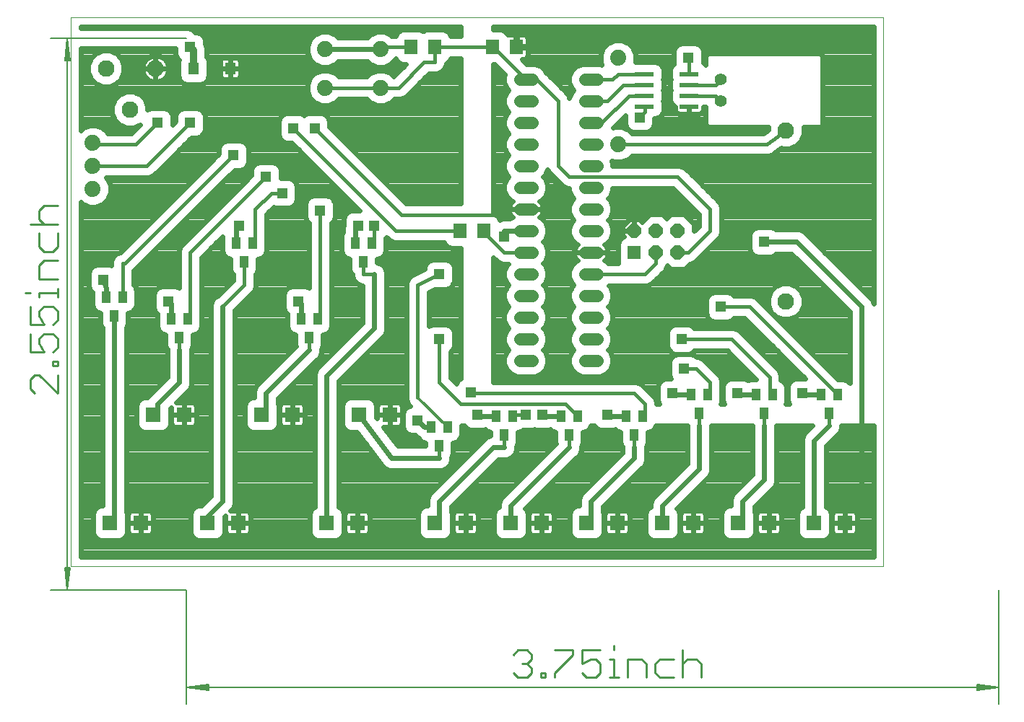
<source format=gtl>
G75*
G70*
%OFA0B0*%
%FSLAX24Y24*%
%IPPOS*%
%LPD*%
%AMOC8*
5,1,8,0,0,1.08239X$1,22.5*
%
%ADD10C,0.0000*%
%ADD11C,0.0051*%
%ADD12C,0.0110*%
%ADD13C,0.0560*%
%ADD14R,0.0640X0.0640*%
%ADD15OC8,0.0640*%
%ADD16R,0.0870X0.0240*%
%ADD17C,0.0560*%
%ADD18R,0.0394X0.0551*%
%ADD19C,0.0768*%
%ADD20R,0.0712X0.0712*%
%ADD21C,0.0740*%
%ADD22R,0.0630X0.0709*%
%ADD23R,0.0500X0.0579*%
%ADD24R,0.0476X0.0476*%
%ADD25C,0.0240*%
%ADD26C,0.0160*%
%ADD27C,0.0320*%
%ADD28C,0.0120*%
D10*
X007831Y005413D02*
X007831Y030783D01*
X045323Y030783D01*
X045323Y005413D01*
X007831Y005413D01*
D11*
X006875Y004326D02*
X013162Y004326D01*
X013162Y-000961D01*
X013162Y-000174D02*
X014186Y-000276D01*
X014186Y-000300D02*
X013162Y-000174D01*
X014186Y-000072D01*
X014186Y-000048D02*
X014186Y-000300D01*
X014186Y-000225D02*
X013162Y-000174D01*
X014186Y-000123D01*
X014186Y-000048D02*
X013162Y-000174D01*
X050662Y-000174D01*
X049638Y-000276D01*
X049638Y-000300D02*
X050662Y-000174D01*
X049638Y-000072D01*
X049638Y-000048D02*
X049638Y-000300D01*
X049638Y-000225D02*
X050662Y-000174D01*
X049638Y-000123D01*
X049638Y-000048D02*
X050662Y-000174D01*
X050662Y-000961D02*
X050662Y004326D01*
X007788Y005350D02*
X007662Y004326D01*
X007764Y005350D01*
X007788Y005350D02*
X007536Y005350D01*
X007662Y004326D01*
X007560Y005350D01*
X007611Y005350D02*
X007662Y004326D01*
X007713Y005350D01*
X007662Y004326D02*
X007662Y029826D01*
X007764Y028802D01*
X007788Y028802D02*
X007662Y029826D01*
X007560Y028802D01*
X007536Y028802D02*
X007788Y028802D01*
X007713Y028802D02*
X007662Y029826D01*
X007611Y028802D01*
X007536Y028802D02*
X007662Y029826D01*
X006875Y029826D02*
X013162Y029826D01*
D12*
X007213Y022075D02*
X006579Y022075D01*
X006367Y021863D01*
X006367Y021440D01*
X006579Y021229D01*
X007213Y021229D02*
X005944Y021229D01*
X006367Y020806D02*
X006367Y020171D01*
X006579Y019960D01*
X007002Y019960D01*
X007213Y020171D01*
X007213Y020806D01*
X007213Y019537D02*
X006579Y019537D01*
X006367Y019325D01*
X006367Y018691D01*
X007213Y018691D01*
X007213Y018268D02*
X007213Y017845D01*
X007213Y018057D02*
X006367Y018057D01*
X006367Y017845D01*
X005944Y018057D02*
X005733Y018057D01*
X005944Y017422D02*
X005944Y016576D01*
X006579Y016576D01*
X006367Y016999D01*
X006367Y017211D01*
X006579Y017422D01*
X007002Y017422D01*
X007213Y017211D01*
X007213Y016788D01*
X007002Y016576D01*
X007002Y016153D02*
X006579Y016153D01*
X006367Y015942D01*
X006367Y015730D01*
X006579Y015307D01*
X005944Y015307D01*
X005944Y016153D01*
X007002Y016153D02*
X007213Y015942D01*
X007213Y015519D01*
X007002Y015307D01*
X007002Y014885D02*
X007213Y014885D01*
X007213Y014673D01*
X007002Y014673D01*
X007002Y014885D01*
X007213Y014250D02*
X007213Y013404D01*
X006367Y014250D01*
X006156Y014250D01*
X005944Y014039D01*
X005944Y013616D01*
X006156Y013404D01*
X028240Y001332D02*
X028452Y001544D01*
X028875Y001544D01*
X029086Y001332D01*
X029086Y001121D01*
X028875Y000909D01*
X029086Y000698D01*
X029086Y000486D01*
X028875Y000275D01*
X028452Y000275D01*
X028240Y000486D01*
X028663Y000909D02*
X028875Y000909D01*
X029509Y000486D02*
X029721Y000486D01*
X029721Y000275D01*
X029509Y000275D01*
X029509Y000486D01*
X030143Y000486D02*
X030143Y000275D01*
X030143Y000486D02*
X030989Y001332D01*
X030989Y001544D01*
X030143Y001544D01*
X031412Y001544D02*
X031412Y000909D01*
X031835Y001121D01*
X032047Y001121D01*
X032258Y000909D01*
X032258Y000486D01*
X032047Y000275D01*
X031624Y000275D01*
X031412Y000486D01*
X031412Y001544D02*
X032258Y001544D01*
X032681Y001121D02*
X032893Y001121D01*
X032893Y000275D01*
X033104Y000275D02*
X032681Y000275D01*
X033527Y000275D02*
X033527Y001121D01*
X034161Y001121D01*
X034373Y000909D01*
X034373Y000275D01*
X034796Y000486D02*
X035007Y000275D01*
X035642Y000275D01*
X036064Y000275D02*
X036064Y001544D01*
X036276Y001121D02*
X036699Y001121D01*
X036911Y000909D01*
X036911Y000275D01*
X036276Y001121D02*
X036064Y000909D01*
X035642Y001121D02*
X035007Y001121D01*
X034796Y000909D01*
X034796Y000486D01*
X032893Y001544D02*
X032893Y001755D01*
D13*
X032111Y014913D02*
X031551Y014913D01*
X031551Y015913D02*
X032111Y015913D01*
X032111Y016913D02*
X031551Y016913D01*
X031551Y017913D02*
X032111Y017913D01*
X032111Y018913D02*
X031551Y018913D01*
X031551Y019913D02*
X032111Y019913D01*
X032111Y020913D02*
X031551Y020913D01*
X031551Y021913D02*
X032111Y021913D01*
X032111Y022913D02*
X031551Y022913D01*
X031551Y023913D02*
X032111Y023913D01*
X032111Y024913D02*
X031551Y024913D01*
X031551Y025913D02*
X032111Y025913D01*
X032111Y026913D02*
X031551Y026913D01*
X031551Y027913D02*
X032111Y027913D01*
X029111Y027913D02*
X028551Y027913D01*
X028551Y026913D02*
X029111Y026913D01*
X029111Y025913D02*
X028551Y025913D01*
X028551Y024913D02*
X029111Y024913D01*
X029111Y023913D02*
X028551Y023913D01*
X028551Y022913D02*
X029111Y022913D01*
X029111Y021913D02*
X028551Y021913D01*
X028551Y020913D02*
X029111Y020913D01*
X029111Y019913D02*
X028551Y019913D01*
X028551Y018913D02*
X029111Y018913D01*
X029111Y017913D02*
X028551Y017913D01*
X028551Y016913D02*
X029111Y016913D01*
X029111Y015913D02*
X028551Y015913D01*
X028551Y014913D02*
X029111Y014913D01*
D14*
X033831Y019913D03*
D15*
X034831Y019913D03*
X035831Y019913D03*
X035831Y020913D03*
X034831Y020913D03*
X033831Y020913D03*
D16*
X034301Y026663D03*
X034301Y027163D03*
X034301Y027663D03*
X034301Y028163D03*
X036361Y028163D03*
X036361Y027663D03*
X036361Y027163D03*
X036361Y026663D03*
D17*
X037831Y026913D03*
X037831Y027913D03*
D18*
X021705Y020346D03*
X020957Y020346D03*
X021331Y019480D03*
X019205Y016846D03*
X018457Y016846D03*
X018831Y015980D03*
X015831Y019480D03*
X016205Y020346D03*
X015457Y020346D03*
X013205Y016846D03*
X012457Y016846D03*
X012831Y015980D03*
X010205Y017846D03*
X009457Y017846D03*
X009831Y016980D03*
X024457Y011846D03*
X025205Y011846D03*
X024831Y010980D03*
X027457Y012346D03*
X028205Y012346D03*
X027831Y011480D03*
X030457Y012346D03*
X031205Y012346D03*
X030831Y011480D03*
X033457Y012346D03*
X034205Y012346D03*
X033831Y011480D03*
X036831Y012480D03*
X037205Y013346D03*
X036457Y013346D03*
X039457Y013346D03*
X040205Y013346D03*
X039831Y012480D03*
X042457Y013346D03*
X043205Y013346D03*
X042831Y012480D03*
D19*
X040831Y017663D03*
X040831Y025537D03*
X011725Y028413D03*
X009441Y028413D03*
X010544Y026523D03*
D20*
X011634Y012413D03*
X013036Y012413D03*
X016634Y012413D03*
X018036Y012413D03*
X021134Y012413D03*
X022536Y012413D03*
X021036Y007413D03*
X019634Y007413D03*
X015536Y007413D03*
X014134Y007413D03*
X011036Y007413D03*
X009634Y007413D03*
X024634Y007413D03*
X026036Y007413D03*
X028134Y007413D03*
X029536Y007413D03*
X031634Y007413D03*
X033036Y007413D03*
X035134Y007413D03*
X036536Y007413D03*
X038634Y007413D03*
X040036Y007413D03*
X042134Y007413D03*
X043536Y007413D03*
D21*
X033081Y024913D03*
X033081Y028913D03*
X022111Y029303D03*
X022111Y027523D03*
X019551Y027523D03*
X019551Y029303D03*
X008831Y024983D03*
X008831Y023913D03*
X008831Y022843D03*
D22*
X023530Y029413D03*
X024632Y029413D03*
X027280Y029413D03*
X028382Y029413D03*
X026882Y020913D03*
X025780Y020913D03*
D23*
X015177Y028413D03*
X013485Y028413D03*
D24*
X013331Y029413D03*
X013331Y025913D03*
X011831Y025913D03*
X015331Y024413D03*
X016831Y023413D03*
X017581Y022663D03*
X019331Y021862D03*
X021081Y021163D03*
X021831Y021163D03*
X024831Y018913D03*
X027831Y020663D03*
X030331Y022913D03*
X034081Y026163D03*
X035331Y025913D03*
X036331Y028913D03*
X039831Y020413D03*
X037831Y017413D03*
X036024Y015913D03*
X036132Y014555D03*
X035581Y013413D03*
X038581Y013413D03*
X041581Y013413D03*
X032581Y012413D03*
X029581Y012413D03*
X028831Y012413D03*
X026581Y012413D03*
X026280Y013464D03*
X023831Y012163D03*
X024831Y015913D03*
X018331Y017663D03*
X015581Y021163D03*
X012331Y017663D03*
X009331Y018663D03*
X018081Y025663D03*
X019081Y025663D03*
D25*
X019759Y025721D02*
X019759Y025988D01*
X019692Y026150D01*
X019568Y026274D01*
X019406Y026341D01*
X018756Y026341D01*
X018594Y026274D01*
X018581Y026261D01*
X018568Y026274D01*
X018406Y026341D01*
X017756Y026341D01*
X017594Y026274D01*
X017470Y026150D01*
X017403Y025988D01*
X017403Y025338D01*
X017470Y025176D01*
X017594Y025052D01*
X017756Y024985D01*
X018023Y024985D01*
X021168Y021841D01*
X020756Y021841D01*
X020594Y021774D01*
X020470Y021650D01*
X020403Y021488D01*
X020403Y021165D01*
X020397Y021150D01*
X020397Y020881D01*
X020387Y020871D01*
X020320Y020709D01*
X020320Y019983D01*
X020387Y019821D01*
X020511Y019697D01*
X020673Y019630D01*
X020694Y019630D01*
X020694Y019117D01*
X020761Y018955D01*
X020811Y018905D01*
X020811Y018810D01*
X020890Y018618D01*
X021036Y018472D01*
X021228Y018393D01*
X021271Y018393D01*
X021271Y016645D01*
X019159Y014533D01*
X019074Y014328D01*
X019074Y008161D01*
X019029Y008142D01*
X018905Y008018D01*
X018838Y007857D01*
X018838Y006969D01*
X018905Y006808D01*
X019029Y006684D01*
X019190Y006617D01*
X020078Y006617D01*
X020240Y006684D01*
X020363Y006808D01*
X020430Y006969D01*
X020430Y007857D01*
X020363Y008018D01*
X020240Y008142D01*
X020194Y008161D01*
X020194Y013984D01*
X022148Y015938D01*
X022306Y016096D01*
X022391Y016302D01*
X022391Y019024D01*
X022306Y019230D01*
X022148Y019388D01*
X021968Y019462D01*
X021968Y019630D01*
X021989Y019630D01*
X022151Y019697D01*
X022275Y019821D01*
X022342Y019983D01*
X022342Y020347D01*
X022351Y020369D01*
X022351Y020585D01*
X022387Y020621D01*
X022536Y020472D01*
X022728Y020393D01*
X025057Y020393D01*
X025092Y020309D01*
X025216Y020186D01*
X025377Y020119D01*
X025831Y020119D01*
X025831Y014091D01*
X025793Y014075D01*
X025669Y013951D01*
X025628Y013852D01*
X025351Y014128D01*
X025351Y015335D01*
X025442Y015426D01*
X025509Y015588D01*
X025509Y016238D01*
X025442Y016400D01*
X025318Y016524D01*
X025156Y016591D01*
X024506Y016591D01*
X024351Y016527D01*
X024351Y018092D01*
X024638Y018235D01*
X025156Y018235D01*
X025318Y018302D01*
X025442Y018426D01*
X025509Y018588D01*
X025509Y019238D01*
X025442Y019400D01*
X025318Y019524D01*
X025156Y019591D01*
X024506Y019591D01*
X024344Y019524D01*
X024220Y019400D01*
X024153Y019238D01*
X024153Y019155D01*
X023615Y018886D01*
X023536Y018854D01*
X023523Y018840D01*
X023506Y018832D01*
X023450Y018768D01*
X023390Y018708D01*
X023383Y018690D01*
X023370Y018676D01*
X023343Y018595D01*
X023311Y018516D01*
X023311Y018497D01*
X023305Y018479D01*
X023311Y018395D01*
X023311Y013117D01*
X023390Y012926D01*
X023484Y012832D01*
X023344Y012774D01*
X023220Y012650D01*
X023153Y012488D01*
X023153Y011838D01*
X023220Y011676D01*
X023344Y011552D01*
X023506Y011485D01*
X023717Y011485D01*
X023831Y011371D01*
X023874Y011353D01*
X023887Y011321D01*
X024011Y011197D01*
X024173Y011130D01*
X024194Y011130D01*
X024194Y010973D01*
X022914Y010973D01*
X022266Y011837D01*
X022536Y011837D01*
X022921Y011837D01*
X022977Y011852D01*
X023027Y011881D01*
X023068Y011922D01*
X023097Y011972D01*
X023112Y012028D01*
X023112Y012413D01*
X023112Y012798D01*
X023097Y012854D01*
X023068Y012904D01*
X023027Y012945D01*
X022977Y012974D01*
X022921Y012989D01*
X022536Y012989D01*
X022536Y012413D01*
X023112Y012413D01*
X022536Y012413D01*
X022536Y012413D01*
X022536Y012413D01*
X022536Y011837D01*
X022536Y012413D01*
X022536Y012413D01*
X022536Y012989D01*
X022151Y012989D01*
X022095Y012974D01*
X022044Y012945D01*
X022003Y012904D01*
X021974Y012854D01*
X021959Y012798D01*
X021959Y012413D01*
X022536Y012413D01*
X021959Y012413D01*
X021959Y012246D01*
X021930Y012285D01*
X021930Y012857D01*
X021863Y013018D01*
X021740Y013142D01*
X021578Y013209D01*
X020690Y013209D01*
X020529Y013142D01*
X020405Y013018D01*
X020338Y012857D01*
X020338Y011969D01*
X020405Y011808D01*
X020529Y011684D01*
X020690Y011617D01*
X021031Y011617D01*
X022144Y010133D01*
X022159Y010096D01*
X022210Y010045D01*
X022253Y009988D01*
X022288Y009967D01*
X022317Y009938D01*
X022383Y009911D01*
X022445Y009874D01*
X022485Y009869D01*
X022523Y009853D01*
X022594Y009853D01*
X022665Y009843D01*
X022705Y009853D01*
X024942Y009853D01*
X025148Y009938D01*
X025306Y010096D01*
X025391Y010302D01*
X025391Y010445D01*
X025401Y010455D01*
X025468Y010617D01*
X025468Y011130D01*
X025489Y011130D01*
X025651Y011197D01*
X025775Y011321D01*
X025842Y011483D01*
X025842Y011913D01*
X025983Y011913D01*
X026094Y011802D01*
X026256Y011735D01*
X026906Y011735D01*
X026954Y011755D01*
X027011Y011697D01*
X027173Y011630D01*
X027194Y011630D01*
X027194Y011462D01*
X027014Y011388D01*
X024514Y008888D01*
X024356Y008730D01*
X024271Y008524D01*
X024271Y008209D01*
X024190Y008209D01*
X024029Y008142D01*
X023905Y008018D01*
X023838Y007857D01*
X023838Y006969D01*
X023905Y006808D01*
X024029Y006684D01*
X024190Y006617D01*
X025078Y006617D01*
X025240Y006684D01*
X025363Y006808D01*
X025430Y006969D01*
X025430Y007857D01*
X025391Y007952D01*
X025391Y008181D01*
X027563Y010353D01*
X027942Y010353D01*
X028148Y010438D01*
X028306Y010596D01*
X028391Y010802D01*
X028391Y010945D01*
X028401Y010955D01*
X028468Y011117D01*
X028468Y011630D01*
X028489Y011630D01*
X028651Y011697D01*
X028689Y011735D01*
X029156Y011735D01*
X029206Y011756D01*
X029256Y011735D01*
X029906Y011735D01*
X029954Y011755D01*
X030011Y011697D01*
X030173Y011630D01*
X030194Y011630D01*
X030194Y011117D01*
X030208Y011082D01*
X027659Y008533D01*
X027574Y008328D01*
X027574Y008161D01*
X027529Y008142D01*
X027405Y008018D01*
X027338Y007857D01*
X027338Y006969D01*
X027405Y006808D01*
X027529Y006684D01*
X027690Y006617D01*
X028578Y006617D01*
X028740Y006684D01*
X028863Y006808D01*
X028930Y006969D01*
X028930Y007857D01*
X028863Y008018D01*
X028796Y008086D01*
X031306Y010596D01*
X031391Y010802D01*
X031391Y010945D01*
X031401Y010955D01*
X031468Y011117D01*
X031468Y011630D01*
X031489Y011630D01*
X031651Y011697D01*
X031775Y011821D01*
X031813Y011913D01*
X031983Y011913D01*
X032094Y011802D01*
X032256Y011735D01*
X032906Y011735D01*
X032954Y011755D01*
X033011Y011697D01*
X033173Y011630D01*
X033194Y011630D01*
X033194Y011117D01*
X033261Y010955D01*
X033271Y010945D01*
X033271Y010645D01*
X031514Y008888D01*
X031356Y008730D01*
X031271Y008524D01*
X031271Y008209D01*
X031190Y008209D01*
X031029Y008142D01*
X030905Y008018D01*
X030838Y007857D01*
X030838Y006969D01*
X030905Y006808D01*
X031029Y006684D01*
X031190Y006617D01*
X032078Y006617D01*
X032240Y006684D01*
X032363Y006808D01*
X032430Y006969D01*
X032430Y007857D01*
X032391Y007952D01*
X032391Y008181D01*
X034306Y010096D01*
X034391Y010302D01*
X034391Y010945D01*
X034401Y010955D01*
X034468Y011117D01*
X034468Y011630D01*
X034489Y011630D01*
X034651Y011697D01*
X034775Y011821D01*
X034813Y011913D01*
X036271Y011913D01*
X036271Y010145D01*
X034659Y008533D01*
X034574Y008328D01*
X034574Y008161D01*
X034529Y008142D01*
X034405Y008018D01*
X034338Y007857D01*
X034338Y006969D01*
X034405Y006808D01*
X034529Y006684D01*
X034690Y006617D01*
X035578Y006617D01*
X035740Y006684D01*
X035863Y006808D01*
X035930Y006969D01*
X035930Y007857D01*
X035863Y008018D01*
X035796Y008086D01*
X037148Y009438D01*
X037306Y009596D01*
X037391Y009802D01*
X037391Y011913D01*
X039271Y011913D01*
X039271Y009645D01*
X038514Y008888D01*
X038356Y008730D01*
X038271Y008524D01*
X038271Y008209D01*
X038190Y008209D01*
X038029Y008142D01*
X037905Y008018D01*
X037838Y007857D01*
X037838Y006969D01*
X037905Y006808D01*
X038029Y006684D01*
X038190Y006617D01*
X039078Y006617D01*
X039240Y006684D01*
X039363Y006808D01*
X039430Y006969D01*
X039430Y007857D01*
X039391Y007952D01*
X039391Y008181D01*
X040306Y009096D01*
X040391Y009302D01*
X040391Y011913D01*
X042039Y011913D01*
X041659Y011533D01*
X041574Y011328D01*
X041574Y008161D01*
X041529Y008142D01*
X041405Y008018D01*
X041338Y007857D01*
X041338Y006969D01*
X041405Y006808D01*
X041529Y006684D01*
X041690Y006617D01*
X042578Y006617D01*
X042740Y006684D01*
X042863Y006808D01*
X042930Y006969D01*
X042930Y007857D01*
X042863Y008018D01*
X042740Y008142D01*
X042694Y008161D01*
X042694Y010984D01*
X043306Y011596D01*
X043391Y011802D01*
X043391Y011913D01*
X044883Y011913D01*
X044883Y005853D01*
X008271Y005853D01*
X008271Y022257D01*
X008372Y022156D01*
X008670Y022033D01*
X008992Y022033D01*
X009290Y022156D01*
X009518Y022384D01*
X009641Y022682D01*
X009641Y023004D01*
X009518Y023302D01*
X009441Y023378D01*
X009456Y023393D01*
X011434Y023393D01*
X011626Y023472D01*
X011772Y023618D01*
X013389Y025235D01*
X013656Y025235D01*
X013818Y025302D01*
X013942Y025426D01*
X014009Y025588D01*
X014009Y026238D01*
X013942Y026400D01*
X013818Y026524D01*
X013656Y026591D01*
X013006Y026591D01*
X012844Y026524D01*
X012720Y026400D01*
X012653Y026238D01*
X012653Y025971D01*
X012509Y025826D01*
X012509Y026238D01*
X012442Y026400D01*
X012318Y026524D01*
X012156Y026591D01*
X011506Y026591D01*
X011367Y026534D01*
X011367Y026687D01*
X011242Y026990D01*
X011010Y027222D01*
X010707Y027347D01*
X010380Y027347D01*
X010077Y027222D01*
X009845Y026990D01*
X009720Y026687D01*
X009720Y026359D01*
X009845Y026057D01*
X010077Y025825D01*
X010380Y025699D01*
X010707Y025699D01*
X011005Y025823D01*
X010616Y025433D01*
X009521Y025433D01*
X009518Y025442D01*
X009290Y025670D01*
X008992Y025793D01*
X008670Y025793D01*
X008372Y025670D01*
X008271Y025569D01*
X008271Y029360D01*
X012653Y029360D01*
X012653Y029088D01*
X012720Y028926D01*
X012813Y028834D01*
X012795Y028790D01*
X012795Y028036D01*
X012861Y027874D01*
X012985Y027751D01*
X013147Y027684D01*
X013822Y027684D01*
X013984Y027751D01*
X014108Y027874D01*
X014175Y028036D01*
X014175Y028790D01*
X014108Y028952D01*
X014085Y028975D01*
X014085Y029379D01*
X014009Y029562D01*
X014009Y029738D01*
X013942Y029900D01*
X013818Y030024D01*
X013656Y030091D01*
X013556Y030091D01*
X013426Y030221D01*
X013255Y030292D01*
X008271Y030292D01*
X008271Y030343D01*
X025831Y030343D01*
X025831Y029933D01*
X025355Y029933D01*
X025320Y030017D01*
X025196Y030140D01*
X025035Y030207D01*
X024230Y030207D01*
X024081Y030146D01*
X023932Y030207D01*
X023127Y030207D01*
X022966Y030140D01*
X022842Y030017D01*
X022807Y029933D01*
X022626Y029933D01*
X022570Y029990D01*
X022272Y030113D01*
X021950Y030113D01*
X021652Y029990D01*
X021525Y029863D01*
X020136Y029863D01*
X020010Y029990D01*
X019712Y030113D01*
X019390Y030113D01*
X019092Y029990D01*
X018864Y029762D01*
X018741Y029464D01*
X018741Y029142D01*
X018864Y028844D01*
X019092Y028616D01*
X019390Y028493D01*
X019712Y028493D01*
X020010Y028616D01*
X020136Y028743D01*
X021525Y028743D01*
X021652Y028616D01*
X021950Y028493D01*
X022272Y028493D01*
X022570Y028616D01*
X022798Y028844D01*
X022813Y028880D01*
X022842Y028809D01*
X022966Y028686D01*
X023127Y028619D01*
X023301Y028619D01*
X022731Y028048D01*
X022570Y028210D01*
X022272Y028333D01*
X021950Y028333D01*
X021652Y028210D01*
X021485Y028043D01*
X020176Y028043D01*
X020010Y028210D01*
X019712Y028333D01*
X019390Y028333D01*
X019092Y028210D01*
X018864Y027982D01*
X018741Y027684D01*
X018741Y027362D01*
X018864Y027064D01*
X019092Y026836D01*
X019390Y026713D01*
X019712Y026713D01*
X020010Y026836D01*
X020176Y027003D01*
X021485Y027003D01*
X021652Y026836D01*
X021950Y026713D01*
X022272Y026713D01*
X022570Y026836D01*
X022736Y027003D01*
X023044Y027003D01*
X023236Y027082D01*
X024348Y028194D01*
X024736Y028194D01*
X024927Y028273D01*
X025073Y028420D01*
X025152Y028611D01*
X025152Y028667D01*
X025196Y028686D01*
X025320Y028809D01*
X025355Y028893D01*
X025831Y028893D01*
X025831Y022183D01*
X023296Y022183D01*
X019759Y025721D01*
X019854Y025625D02*
X025831Y025625D01*
X025831Y025387D02*
X020093Y025387D01*
X020331Y025148D02*
X025831Y025148D01*
X025831Y024910D02*
X020570Y024910D01*
X020808Y024671D02*
X025831Y024671D01*
X025831Y024433D02*
X021047Y024433D01*
X021285Y024194D02*
X025831Y024194D01*
X025831Y023956D02*
X021524Y023956D01*
X021762Y023717D02*
X025831Y023717D01*
X025831Y023479D02*
X022001Y023479D01*
X022239Y023240D02*
X025831Y023240D01*
X025831Y023002D02*
X022478Y023002D01*
X022716Y022763D02*
X025831Y022763D01*
X025831Y022525D02*
X022955Y022525D01*
X023193Y022286D02*
X025831Y022286D01*
X027331Y022286D02*
X028183Y022286D01*
X028207Y022276D02*
X028170Y022239D01*
X028123Y022175D01*
X028088Y022105D01*
X028063Y022030D01*
X028051Y021952D01*
X028051Y021913D01*
X028831Y021913D01*
X029611Y021913D01*
X029611Y021952D01*
X029599Y022030D01*
X029574Y022105D01*
X029539Y022175D01*
X029492Y022239D01*
X029455Y022276D01*
X029519Y022303D01*
X029721Y022505D01*
X029831Y022770D01*
X029831Y023056D01*
X029721Y023321D01*
X029629Y023413D01*
X029721Y023505D01*
X029829Y023766D01*
X029890Y023618D01*
X030036Y023472D01*
X030536Y022972D01*
X030728Y022893D01*
X030831Y022893D01*
X030831Y022770D01*
X030941Y022505D01*
X031033Y022413D01*
X030941Y022321D01*
X030831Y022056D01*
X030831Y021770D01*
X030941Y021505D01*
X031033Y021413D01*
X030941Y021321D01*
X030831Y021056D01*
X030831Y020770D01*
X030941Y020505D01*
X031143Y020303D01*
X031207Y020276D01*
X031170Y020239D01*
X031123Y020175D01*
X031088Y020105D01*
X031063Y020030D01*
X031051Y019952D01*
X031051Y019913D01*
X031831Y019913D01*
X032611Y019913D01*
X032611Y019952D01*
X032599Y020030D01*
X032574Y020105D01*
X032539Y020175D01*
X032492Y020239D01*
X032455Y020276D01*
X032519Y020303D01*
X032721Y020505D01*
X032831Y020770D01*
X032831Y021056D01*
X032721Y021321D01*
X032629Y021413D01*
X032721Y021505D01*
X032831Y021770D01*
X032831Y022056D01*
X032721Y022321D01*
X032629Y022413D01*
X032721Y022505D01*
X032831Y022770D01*
X032831Y022893D01*
X035616Y022893D01*
X036811Y021698D01*
X036811Y021128D01*
X036591Y020908D01*
X036591Y021228D01*
X036146Y021673D01*
X035516Y021673D01*
X035331Y021488D01*
X035146Y021673D01*
X034516Y021673D01*
X034175Y021332D01*
X034055Y021453D01*
X033831Y021453D01*
X033831Y020913D01*
X033831Y020913D01*
X033831Y021453D01*
X033607Y021453D01*
X033291Y021137D01*
X033291Y020913D01*
X033831Y020913D01*
X033831Y020913D01*
X033291Y020913D01*
X033291Y020689D01*
X033341Y020639D01*
X033262Y020606D01*
X033138Y020482D01*
X033071Y020321D01*
X033071Y019505D01*
X033101Y019433D01*
X032609Y019433D01*
X032519Y019523D01*
X032455Y019550D01*
X032492Y019587D01*
X032539Y019651D01*
X032574Y019721D01*
X032599Y019796D01*
X032611Y019874D01*
X032611Y019913D01*
X031831Y019913D01*
X031831Y019913D01*
X031831Y019913D01*
X031051Y019913D01*
X031051Y019874D01*
X031063Y019796D01*
X031088Y019721D01*
X031123Y019651D01*
X031170Y019587D01*
X031207Y019550D01*
X031143Y019523D01*
X030941Y019321D01*
X030831Y019056D01*
X030831Y018770D01*
X030941Y018505D01*
X031033Y018413D01*
X030941Y018321D01*
X030831Y018056D01*
X030831Y017770D01*
X030941Y017505D01*
X031033Y017413D01*
X030941Y017321D01*
X030831Y017056D01*
X030831Y016770D01*
X030941Y016505D01*
X031033Y016413D01*
X030941Y016321D01*
X030831Y016056D01*
X030831Y015770D01*
X030941Y015505D01*
X031033Y015413D01*
X030941Y015321D01*
X030831Y015056D01*
X030831Y014770D01*
X030941Y014505D01*
X031143Y014303D01*
X031408Y014193D01*
X032254Y014193D01*
X032519Y014303D01*
X032721Y014505D01*
X032831Y014770D01*
X032831Y015056D01*
X032721Y015321D01*
X032629Y015413D01*
X032721Y015505D01*
X032831Y015770D01*
X032831Y016056D01*
X032721Y016321D01*
X032629Y016413D01*
X032721Y016505D01*
X032831Y016770D01*
X032831Y017056D01*
X032721Y017321D01*
X032629Y017413D01*
X032721Y017505D01*
X032831Y017770D01*
X032831Y018056D01*
X032721Y018321D01*
X032649Y018393D01*
X034434Y018393D01*
X034626Y018472D01*
X034772Y018618D01*
X035272Y019118D01*
X035351Y019310D01*
X035351Y019318D01*
X035516Y019153D01*
X036146Y019153D01*
X036386Y019393D01*
X036434Y019393D01*
X036626Y019472D01*
X037626Y020472D01*
X037772Y020618D01*
X037851Y020810D01*
X037851Y022016D01*
X037772Y022208D01*
X036272Y023708D01*
X036126Y023854D01*
X035934Y023933D01*
X032831Y023933D01*
X032831Y024056D01*
X032789Y024157D01*
X032920Y024103D01*
X033242Y024103D01*
X033540Y024226D01*
X033706Y024393D01*
X039914Y024393D01*
X039973Y024383D01*
X040016Y024393D01*
X040060Y024393D01*
X040116Y024416D01*
X040175Y024430D01*
X040211Y024455D01*
X040252Y024472D01*
X040294Y024515D01*
X040607Y024738D01*
X040667Y024713D01*
X040995Y024713D01*
X041298Y024839D01*
X041529Y025070D01*
X041655Y025373D01*
X041655Y025701D01*
X041650Y025713D01*
X042414Y025713D01*
X042531Y025830D01*
X042531Y028996D01*
X042414Y029113D01*
X037248Y029113D01*
X037131Y028996D01*
X037131Y028570D01*
X037045Y028656D01*
X037009Y028671D01*
X037009Y029238D01*
X036942Y029400D01*
X036818Y029524D01*
X036656Y029591D01*
X036006Y029591D01*
X035844Y029524D01*
X035720Y029400D01*
X035653Y029238D01*
X035653Y028632D01*
X035553Y028532D01*
X035486Y028371D01*
X035486Y027955D01*
X035504Y027913D01*
X035486Y027871D01*
X035486Y027455D01*
X035504Y027413D01*
X035486Y027371D01*
X035486Y026955D01*
X035553Y026794D01*
X035677Y026670D01*
X035706Y026658D01*
X035706Y026514D01*
X035721Y026458D01*
X035750Y026408D01*
X035791Y026367D01*
X035841Y026338D01*
X035897Y026323D01*
X036361Y026323D01*
X036825Y026323D01*
X036881Y026338D01*
X036931Y026367D01*
X036972Y026408D01*
X037001Y026458D01*
X037016Y026514D01*
X037016Y026643D01*
X037131Y026643D01*
X037131Y025830D01*
X037248Y025713D01*
X040012Y025713D01*
X040007Y025701D01*
X040007Y025588D01*
X039790Y025433D01*
X033706Y025433D01*
X033540Y025600D01*
X033242Y025723D01*
X032920Y025723D01*
X032846Y025692D01*
X033403Y026250D01*
X033403Y025838D01*
X033470Y025676D01*
X033594Y025552D01*
X033756Y025485D01*
X034406Y025485D01*
X034568Y025552D01*
X034692Y025676D01*
X034759Y025838D01*
X034759Y026103D01*
X034823Y026103D01*
X034985Y026170D01*
X035109Y026294D01*
X035176Y026455D01*
X035176Y026871D01*
X035158Y026913D01*
X035176Y026955D01*
X035176Y027371D01*
X035158Y027413D01*
X035176Y027455D01*
X035176Y027871D01*
X035158Y027913D01*
X035176Y027955D01*
X035176Y028371D01*
X035109Y028532D01*
X034985Y028656D01*
X034823Y028723D01*
X033879Y028723D01*
X033891Y028752D01*
X033891Y029074D01*
X033768Y029372D01*
X033540Y029600D01*
X033242Y029723D01*
X032920Y029723D01*
X032622Y029600D01*
X032394Y029372D01*
X032271Y029074D01*
X032271Y028752D01*
X032334Y028600D01*
X032254Y028633D01*
X031408Y028633D01*
X031143Y028523D01*
X030941Y028321D01*
X030831Y028056D01*
X030831Y027770D01*
X030941Y027505D01*
X031033Y027413D01*
X030941Y027321D01*
X030833Y027060D01*
X030772Y027208D01*
X029772Y028208D01*
X029766Y028214D01*
X029721Y028321D01*
X029519Y028523D01*
X029254Y028633D01*
X028846Y028633D01*
X028641Y028839D01*
X028726Y028839D01*
X028782Y028854D01*
X028832Y028883D01*
X028873Y028924D01*
X028902Y028974D01*
X028917Y029030D01*
X028917Y029376D01*
X028420Y029376D01*
X028420Y029450D01*
X028917Y029450D01*
X028917Y029796D01*
X028902Y029852D01*
X028873Y029902D01*
X028832Y029943D01*
X028782Y029972D01*
X028726Y029987D01*
X028420Y029987D01*
X028420Y029450D01*
X028345Y029450D01*
X028345Y029987D01*
X028038Y029987D01*
X027986Y029973D01*
X027968Y030017D01*
X027844Y030140D01*
X027682Y030207D01*
X027331Y030207D01*
X027331Y030343D01*
X044883Y030343D01*
X044883Y017543D01*
X044806Y017730D01*
X044648Y017888D01*
X041648Y020888D01*
X041442Y020973D01*
X040369Y020973D01*
X040318Y021024D01*
X040156Y021091D01*
X039506Y021091D01*
X039344Y021024D01*
X039220Y020900D01*
X039153Y020738D01*
X039153Y020088D01*
X039220Y019926D01*
X039344Y019802D01*
X039506Y019735D01*
X040156Y019735D01*
X040318Y019802D01*
X040369Y019853D01*
X041099Y019853D01*
X043771Y017181D01*
X043771Y013875D01*
X043651Y013995D01*
X043489Y014062D01*
X043225Y014062D01*
X039433Y017854D01*
X039241Y017933D01*
X038409Y017933D01*
X038318Y018024D01*
X038156Y018091D01*
X037506Y018091D01*
X037344Y018024D01*
X037220Y017900D01*
X037153Y017738D01*
X037153Y017088D01*
X037220Y016926D01*
X037344Y016802D01*
X037506Y016735D01*
X038156Y016735D01*
X038318Y016802D01*
X038409Y016893D01*
X038923Y016893D01*
X041725Y014091D01*
X041256Y014091D01*
X041094Y014024D01*
X040970Y013900D01*
X040903Y013738D01*
X040903Y013088D01*
X040970Y012926D01*
X040983Y012913D01*
X040813Y012913D01*
X040842Y012983D01*
X040842Y013709D01*
X040775Y013871D01*
X040651Y013995D01*
X040601Y014015D01*
X040601Y014266D01*
X040522Y014458D01*
X038626Y016354D01*
X038434Y016433D01*
X036602Y016433D01*
X036511Y016524D01*
X036349Y016591D01*
X035699Y016591D01*
X035537Y016524D01*
X035413Y016400D01*
X035346Y016238D01*
X035346Y015588D01*
X035413Y015426D01*
X035537Y015302D01*
X035699Y015235D01*
X036349Y015235D01*
X036511Y015302D01*
X036602Y015393D01*
X038116Y015393D01*
X039447Y014062D01*
X039173Y014062D01*
X039072Y014020D01*
X039068Y014024D01*
X038906Y014091D01*
X038256Y014091D01*
X038094Y014024D01*
X037970Y013900D01*
X037903Y013738D01*
X037903Y013088D01*
X037970Y012926D01*
X037983Y012913D01*
X037813Y012913D01*
X037842Y012983D01*
X037842Y013288D01*
X037851Y013310D01*
X037851Y014016D01*
X037772Y014208D01*
X037626Y014354D01*
X036984Y014996D01*
X036793Y015075D01*
X036710Y015075D01*
X036619Y015166D01*
X036457Y015233D01*
X035807Y015233D01*
X035645Y015166D01*
X035521Y015042D01*
X035454Y014880D01*
X035454Y014229D01*
X035512Y014091D01*
X035256Y014091D01*
X035094Y014024D01*
X034970Y013900D01*
X034903Y013738D01*
X034903Y013088D01*
X034970Y012926D01*
X034983Y012913D01*
X034851Y012913D01*
X034851Y013016D01*
X034772Y013208D01*
X034626Y013354D01*
X034126Y013854D01*
X033934Y013933D01*
X027331Y013933D01*
X027331Y019678D01*
X027390Y019618D01*
X027536Y019472D01*
X027728Y019393D01*
X028013Y019393D01*
X027941Y019321D01*
X027831Y019056D01*
X027831Y018770D01*
X027941Y018505D01*
X028033Y018413D01*
X027941Y018321D01*
X027831Y018056D01*
X027831Y017770D01*
X027941Y017505D01*
X028033Y017413D01*
X027941Y017321D01*
X027831Y017056D01*
X027831Y016770D01*
X027941Y016505D01*
X028033Y016413D01*
X027941Y016321D01*
X027831Y016056D01*
X027831Y015770D01*
X027941Y015505D01*
X028033Y015413D01*
X027941Y015321D01*
X027831Y015056D01*
X027831Y014770D01*
X027941Y014505D01*
X028143Y014303D01*
X028408Y014193D01*
X029254Y014193D01*
X029519Y014303D01*
X029721Y014505D01*
X029831Y014770D01*
X029831Y015056D01*
X029721Y015321D01*
X029629Y015413D01*
X029721Y015505D01*
X029831Y015770D01*
X029831Y016056D01*
X029721Y016321D01*
X029629Y016413D01*
X029721Y016505D01*
X029831Y016770D01*
X029831Y017056D01*
X029721Y017321D01*
X029629Y017413D01*
X029721Y017505D01*
X029831Y017770D01*
X029831Y018056D01*
X029721Y018321D01*
X029629Y018413D01*
X029721Y018505D01*
X029831Y018770D01*
X029831Y019056D01*
X029721Y019321D01*
X029629Y019413D01*
X029721Y019505D01*
X029831Y019770D01*
X029831Y020056D01*
X029721Y020321D01*
X029629Y020413D01*
X029721Y020505D01*
X029831Y020770D01*
X029831Y021056D01*
X029721Y021321D01*
X029519Y021523D01*
X029455Y021550D01*
X029492Y021587D01*
X029539Y021651D01*
X029574Y021721D01*
X029599Y021796D01*
X029611Y021874D01*
X029611Y021913D01*
X028831Y021913D01*
X028831Y021913D01*
X028831Y021913D01*
X028051Y021913D01*
X028051Y021874D01*
X028063Y021796D01*
X028088Y021721D01*
X028123Y021651D01*
X028170Y021587D01*
X028207Y021550D01*
X028143Y021523D01*
X028093Y021473D01*
X027720Y021473D01*
X027607Y021427D01*
X027570Y021517D01*
X027446Y021640D01*
X027331Y021688D01*
X027331Y028619D01*
X027390Y028619D01*
X027867Y028142D01*
X027831Y028056D01*
X027831Y027770D01*
X027941Y027505D01*
X028033Y027413D01*
X027941Y027321D01*
X027831Y027056D01*
X027331Y027056D01*
X027331Y026818D02*
X027831Y026818D01*
X027831Y026770D02*
X027831Y027056D01*
X027930Y027295D02*
X027331Y027295D01*
X027331Y027533D02*
X027929Y027533D01*
X027831Y027772D02*
X027331Y027772D01*
X027331Y028010D02*
X027831Y028010D01*
X027760Y028249D02*
X027331Y028249D01*
X027331Y028487D02*
X027522Y028487D01*
X028754Y028726D02*
X032282Y028726D01*
X032271Y028964D02*
X028897Y028964D01*
X028917Y029203D02*
X032324Y029203D01*
X032463Y029441D02*
X028420Y029441D01*
X028420Y029680D02*
X028345Y029680D01*
X028345Y029918D02*
X028420Y029918D01*
X028858Y029918D02*
X044883Y029918D01*
X044883Y029680D02*
X033347Y029680D01*
X033698Y029441D02*
X035761Y029441D01*
X035653Y029203D02*
X033838Y029203D01*
X033891Y028964D02*
X035653Y028964D01*
X035653Y028726D02*
X033880Y028726D01*
X035128Y028487D02*
X035534Y028487D01*
X035486Y028249D02*
X035176Y028249D01*
X035176Y028010D02*
X035486Y028010D01*
X035486Y027772D02*
X035176Y027772D01*
X035176Y027533D02*
X035486Y027533D01*
X035486Y027295D02*
X035176Y027295D01*
X035176Y027056D02*
X035486Y027056D01*
X035543Y026818D02*
X035176Y026818D01*
X035176Y026579D02*
X035706Y026579D01*
X035837Y026341D02*
X035128Y026341D01*
X034759Y026102D02*
X037131Y026102D01*
X037131Y025864D02*
X034759Y025864D01*
X034641Y025625D02*
X040007Y025625D01*
X040513Y024671D02*
X044883Y024671D01*
X044883Y024433D02*
X040179Y024433D01*
X041369Y024910D02*
X044883Y024910D01*
X044883Y025148D02*
X041562Y025148D01*
X041655Y025387D02*
X044883Y025387D01*
X044883Y025625D02*
X041655Y025625D01*
X042531Y025864D02*
X044883Y025864D01*
X044883Y026102D02*
X042531Y026102D01*
X042531Y026341D02*
X044883Y026341D01*
X044883Y026579D02*
X042531Y026579D01*
X042531Y026818D02*
X044883Y026818D01*
X044883Y027056D02*
X042531Y027056D01*
X042531Y027295D02*
X044883Y027295D01*
X044883Y027533D02*
X042531Y027533D01*
X042531Y027772D02*
X044883Y027772D01*
X044883Y028010D02*
X042531Y028010D01*
X042531Y028249D02*
X044883Y028249D01*
X044883Y028487D02*
X042531Y028487D01*
X042531Y028726D02*
X044883Y028726D01*
X044883Y028964D02*
X042531Y028964D01*
X044883Y029203D02*
X037009Y029203D01*
X037009Y028964D02*
X037131Y028964D01*
X037131Y028726D02*
X037009Y028726D01*
X036901Y029441D02*
X044883Y029441D01*
X044883Y030157D02*
X027805Y030157D01*
X028917Y029680D02*
X032815Y029680D01*
X031107Y028487D02*
X029555Y028487D01*
X029751Y028249D02*
X030911Y028249D01*
X030831Y028010D02*
X029969Y028010D01*
X030208Y027772D02*
X030831Y027772D01*
X030929Y027533D02*
X030446Y027533D01*
X030685Y027295D02*
X030930Y027295D01*
X033017Y025864D02*
X033403Y025864D01*
X033403Y026102D02*
X033255Y026102D01*
X033479Y025625D02*
X033521Y025625D01*
X033462Y024194D02*
X044883Y024194D01*
X044883Y023956D02*
X032831Y023956D01*
X032828Y022763D02*
X035746Y022763D01*
X035984Y022525D02*
X032729Y022525D01*
X032736Y022286D02*
X036223Y022286D01*
X036461Y022048D02*
X032831Y022048D01*
X032831Y021809D02*
X036700Y021809D01*
X036811Y021571D02*
X036248Y021571D01*
X036487Y021332D02*
X036811Y021332D01*
X036776Y021094D02*
X036591Y021094D01*
X037531Y020378D02*
X039153Y020378D01*
X039153Y020140D02*
X037293Y020140D01*
X037054Y019901D02*
X039245Y019901D01*
X039831Y020413D02*
X041331Y020413D01*
X044331Y017413D01*
X044331Y008208D01*
X044068Y007904D02*
X044027Y007945D01*
X043977Y007974D01*
X043921Y007989D01*
X043536Y007989D01*
X043536Y007413D01*
X044112Y007413D01*
X044112Y007798D01*
X044097Y007854D01*
X044068Y007904D01*
X043970Y007976D02*
X044883Y007976D01*
X044883Y007738D02*
X044112Y007738D01*
X044112Y007499D02*
X044883Y007499D01*
X044883Y007261D02*
X044112Y007261D01*
X044112Y007413D02*
X043536Y007413D01*
X043536Y007413D01*
X043536Y006837D01*
X043921Y006837D01*
X043977Y006852D01*
X044027Y006881D01*
X044068Y006922D01*
X044097Y006972D01*
X044112Y007028D01*
X044112Y007413D01*
X044110Y007022D02*
X044883Y007022D01*
X044883Y006784D02*
X042839Y006784D01*
X043003Y006922D02*
X043044Y006881D01*
X043095Y006852D01*
X043151Y006837D01*
X043536Y006837D01*
X043536Y007413D01*
X043536Y007413D01*
X043536Y007413D01*
X043536Y007989D01*
X043151Y007989D01*
X043095Y007974D01*
X043044Y007945D01*
X043003Y007904D01*
X042974Y007854D01*
X042959Y007798D01*
X042959Y007413D01*
X042959Y007028D01*
X042974Y006972D01*
X043003Y006922D01*
X042961Y007022D02*
X042930Y007022D01*
X042930Y007261D02*
X042959Y007261D01*
X042959Y007413D02*
X043536Y007413D01*
X043536Y007413D01*
X042959Y007413D01*
X042959Y007499D02*
X042930Y007499D01*
X042930Y007738D02*
X042959Y007738D01*
X042881Y007976D02*
X043101Y007976D01*
X043536Y007976D02*
X043536Y007976D01*
X043536Y007738D02*
X043536Y007738D01*
X043536Y007499D02*
X043536Y007499D01*
X043536Y007261D02*
X043536Y007261D01*
X043536Y007022D02*
X043536Y007022D01*
X044883Y006545D02*
X008271Y006545D01*
X008271Y006784D02*
X008929Y006784D01*
X008905Y006808D02*
X009029Y006684D01*
X009190Y006617D01*
X010078Y006617D01*
X010240Y006684D01*
X010363Y006808D01*
X010430Y006969D01*
X010430Y007857D01*
X010391Y007952D01*
X010391Y016445D01*
X010401Y016455D01*
X010468Y016617D01*
X010468Y017130D01*
X010489Y017130D01*
X010651Y017197D01*
X010775Y017321D01*
X010842Y017483D01*
X010842Y018209D01*
X010775Y018371D01*
X010725Y018421D01*
X010725Y019072D01*
X015389Y023735D01*
X015656Y023735D01*
X015818Y023802D01*
X015942Y023926D01*
X016009Y024088D01*
X016009Y024738D01*
X015942Y024900D01*
X015818Y025024D01*
X015656Y025091D01*
X015006Y025091D01*
X014844Y025024D01*
X014720Y024900D01*
X014653Y024738D01*
X014653Y024471D01*
X010116Y019933D01*
X010102Y019933D01*
X009910Y019854D01*
X009764Y019708D01*
X009685Y019516D01*
X009685Y019329D01*
X009656Y019341D01*
X009006Y019341D01*
X008844Y019274D01*
X008720Y019150D01*
X008653Y018988D01*
X008653Y018338D01*
X008720Y018176D01*
X008820Y018076D01*
X008820Y017483D01*
X008887Y017321D01*
X009011Y017197D01*
X009173Y017130D01*
X009194Y017130D01*
X009194Y016617D01*
X009261Y016455D01*
X009271Y016445D01*
X009271Y008209D01*
X009190Y008209D01*
X009029Y008142D01*
X008905Y008018D01*
X008838Y007857D01*
X008838Y006969D01*
X008905Y006808D01*
X008838Y007022D02*
X008271Y007022D01*
X008271Y007261D02*
X008838Y007261D01*
X008838Y007499D02*
X008271Y007499D01*
X008271Y007738D02*
X008838Y007738D01*
X008887Y007976D02*
X008271Y007976D01*
X008271Y008215D02*
X009271Y008215D01*
X009271Y008453D02*
X008271Y008453D01*
X008271Y008692D02*
X009271Y008692D01*
X009271Y008930D02*
X008271Y008930D01*
X008271Y009169D02*
X009271Y009169D01*
X009271Y009407D02*
X008271Y009407D01*
X008271Y009646D02*
X009271Y009646D01*
X009271Y009884D02*
X008271Y009884D01*
X008271Y010123D02*
X009271Y010123D01*
X009271Y010361D02*
X008271Y010361D01*
X008271Y010600D02*
X009271Y010600D01*
X009271Y010838D02*
X008271Y010838D01*
X008271Y011077D02*
X009271Y011077D01*
X009271Y011315D02*
X008271Y011315D01*
X008271Y011554D02*
X009271Y011554D01*
X009271Y011792D02*
X008271Y011792D01*
X008271Y012031D02*
X009271Y012031D01*
X009271Y012269D02*
X008271Y012269D01*
X008271Y012508D02*
X009271Y012508D01*
X009271Y012746D02*
X008271Y012746D01*
X008271Y012985D02*
X009271Y012985D01*
X009271Y013223D02*
X008271Y013223D01*
X008271Y013462D02*
X009271Y013462D01*
X009271Y013700D02*
X008271Y013700D01*
X008271Y013939D02*
X009271Y013939D01*
X009271Y014177D02*
X008271Y014177D01*
X008271Y014416D02*
X009271Y014416D01*
X009271Y014654D02*
X008271Y014654D01*
X008271Y014893D02*
X009271Y014893D01*
X009271Y015131D02*
X008271Y015131D01*
X008271Y015370D02*
X009271Y015370D01*
X009271Y015608D02*
X008271Y015608D01*
X008271Y015847D02*
X009271Y015847D01*
X009271Y016085D02*
X008271Y016085D01*
X008271Y016324D02*
X009271Y016324D01*
X009217Y016562D02*
X008271Y016562D01*
X008271Y016801D02*
X009194Y016801D01*
X009194Y017039D02*
X008271Y017039D01*
X008271Y017278D02*
X008931Y017278D01*
X008820Y017516D02*
X008271Y017516D01*
X008271Y017755D02*
X008820Y017755D01*
X008820Y017993D02*
X008271Y017993D01*
X008271Y018232D02*
X008697Y018232D01*
X008653Y018470D02*
X008271Y018470D01*
X008271Y018709D02*
X008653Y018709D01*
X008653Y018947D02*
X008271Y018947D01*
X008271Y019186D02*
X008756Y019186D01*
X008271Y019424D02*
X009685Y019424D01*
X009745Y019663D02*
X008271Y019663D01*
X008271Y019901D02*
X010024Y019901D01*
X010322Y020140D02*
X008271Y020140D01*
X008271Y020378D02*
X010561Y020378D01*
X010799Y020617D02*
X008271Y020617D01*
X008271Y020855D02*
X011038Y020855D01*
X011276Y021094D02*
X008271Y021094D01*
X008271Y021332D02*
X011515Y021332D01*
X011753Y021571D02*
X008271Y021571D01*
X008271Y021809D02*
X011992Y021809D01*
X012230Y022048D02*
X009027Y022048D01*
X008635Y022048D02*
X008271Y022048D01*
X009420Y022286D02*
X012469Y022286D01*
X012707Y022525D02*
X009576Y022525D01*
X009641Y022763D02*
X012946Y022763D01*
X013184Y023002D02*
X009641Y023002D01*
X009543Y023240D02*
X013423Y023240D01*
X013661Y023479D02*
X011632Y023479D01*
X011870Y023717D02*
X013900Y023717D01*
X014138Y023956D02*
X012109Y023956D01*
X012347Y024194D02*
X014377Y024194D01*
X014615Y024433D02*
X012586Y024433D01*
X012824Y024671D02*
X014653Y024671D01*
X014730Y024910D02*
X013063Y024910D01*
X013301Y025148D02*
X017498Y025148D01*
X017403Y025387D02*
X013902Y025387D01*
X014009Y025625D02*
X017403Y025625D01*
X017403Y025864D02*
X014009Y025864D01*
X014009Y026102D02*
X017450Y026102D01*
X017755Y026341D02*
X013966Y026341D01*
X013685Y026579D02*
X025831Y026579D01*
X025831Y026341D02*
X019407Y026341D01*
X019712Y026102D02*
X025831Y026102D01*
X025831Y025864D02*
X019759Y025864D01*
X018755Y026341D02*
X018407Y026341D01*
X018872Y027056D02*
X011176Y027056D01*
X011313Y026818D02*
X019137Y026818D01*
X018769Y027295D02*
X010834Y027295D01*
X010253Y027295D02*
X008271Y027295D01*
X008271Y027533D02*
X018741Y027533D01*
X018777Y027772D02*
X014005Y027772D01*
X014164Y028010D02*
X014739Y028010D01*
X014751Y027989D02*
X014792Y027948D01*
X014843Y027919D01*
X014898Y027904D01*
X015172Y027904D01*
X015172Y028408D01*
X014707Y028408D01*
X014707Y028095D01*
X014722Y028039D01*
X014751Y027989D01*
X014707Y028249D02*
X014175Y028249D01*
X014175Y028487D02*
X014707Y028487D01*
X014707Y028418D02*
X015172Y028418D01*
X015172Y028408D01*
X015182Y028408D01*
X015182Y027904D01*
X015456Y027904D01*
X015512Y027919D01*
X015563Y027948D01*
X015603Y027989D01*
X015632Y028039D01*
X015647Y028095D01*
X015647Y028408D01*
X015182Y028408D01*
X015182Y028418D01*
X015172Y028418D01*
X015172Y028922D01*
X014898Y028922D01*
X014843Y028907D01*
X014792Y028878D01*
X014751Y028837D01*
X014722Y028787D01*
X014707Y028731D01*
X014707Y028418D01*
X014707Y028726D02*
X014175Y028726D01*
X014095Y028964D02*
X018815Y028964D01*
X018741Y029203D02*
X014085Y029203D01*
X014059Y029441D02*
X018741Y029441D01*
X018830Y029680D02*
X014009Y029680D01*
X013924Y029918D02*
X019020Y029918D01*
X019551Y029303D02*
X022111Y029303D01*
X022679Y028726D02*
X022926Y028726D01*
X023170Y028487D02*
X015647Y028487D01*
X015647Y028418D02*
X015647Y028731D01*
X015632Y028787D01*
X015603Y028837D01*
X015563Y028878D01*
X015512Y028907D01*
X015456Y028922D01*
X015182Y028922D01*
X015182Y028418D01*
X015647Y028418D01*
X015647Y028249D02*
X019186Y028249D01*
X018892Y028010D02*
X015616Y028010D01*
X015182Y028010D02*
X015172Y028010D01*
X015172Y028249D02*
X015182Y028249D01*
X015172Y028487D02*
X015182Y028487D01*
X015172Y028726D02*
X015182Y028726D01*
X015647Y028726D02*
X018983Y028726D01*
X019916Y028249D02*
X021746Y028249D01*
X021543Y028726D02*
X020119Y028726D01*
X020081Y029918D02*
X021580Y029918D01*
X023005Y030157D02*
X013490Y030157D01*
X012653Y029203D02*
X009688Y029203D01*
X009605Y029237D02*
X009277Y029237D01*
X008975Y029111D01*
X008743Y028880D01*
X008617Y028577D01*
X008617Y028249D01*
X008743Y027946D01*
X008975Y027715D01*
X009277Y027589D01*
X009605Y027589D01*
X009908Y027715D01*
X010140Y027946D01*
X010265Y028249D01*
X010265Y028577D01*
X010140Y028880D01*
X009908Y029111D01*
X009605Y029237D01*
X009194Y029203D02*
X008271Y029203D01*
X008271Y028964D02*
X008827Y028964D01*
X008679Y028726D02*
X008271Y028726D01*
X008271Y028487D02*
X008617Y028487D01*
X008618Y028249D02*
X008271Y028249D01*
X008271Y028010D02*
X008716Y028010D01*
X008918Y027772D02*
X008271Y027772D01*
X008271Y027056D02*
X009911Y027056D01*
X009774Y026818D02*
X008271Y026818D01*
X008271Y026579D02*
X009720Y026579D01*
X009728Y026341D02*
X008271Y026341D01*
X008271Y026102D02*
X009826Y026102D01*
X010038Y025864D02*
X008271Y025864D01*
X008271Y025625D02*
X008327Y025625D01*
X009334Y025625D02*
X010808Y025625D01*
X011367Y026579D02*
X011477Y026579D01*
X012185Y026579D02*
X012977Y026579D01*
X012696Y026341D02*
X012466Y026341D01*
X012509Y026102D02*
X012653Y026102D01*
X012546Y025864D02*
X012509Y025864D01*
X012964Y027772D02*
X009965Y027772D01*
X010166Y028010D02*
X011274Y028010D01*
X011264Y028020D02*
X011331Y027952D01*
X011408Y027897D01*
X011493Y027853D01*
X011583Y027824D01*
X011677Y027809D01*
X011717Y027809D01*
X011717Y028405D01*
X011733Y028405D01*
X011733Y028421D01*
X012329Y028421D01*
X012329Y028461D01*
X012314Y028554D01*
X012284Y028645D01*
X012241Y028729D01*
X012185Y028806D01*
X012118Y028874D01*
X012041Y028929D01*
X011956Y028973D01*
X011866Y029002D01*
X011772Y029017D01*
X011733Y029017D01*
X011733Y028421D01*
X011717Y028421D01*
X011717Y029017D01*
X011677Y029017D01*
X011583Y029002D01*
X011493Y028973D01*
X011408Y028929D01*
X011331Y028874D01*
X011264Y028806D01*
X011208Y028729D01*
X011165Y028645D01*
X011136Y028554D01*
X011121Y028461D01*
X011121Y028421D01*
X011717Y028421D01*
X011717Y028405D01*
X011121Y028405D01*
X011121Y028365D01*
X011136Y028272D01*
X011165Y028181D01*
X011208Y028097D01*
X011264Y028020D01*
X011143Y028249D02*
X010265Y028249D01*
X010265Y028487D02*
X011125Y028487D01*
X011206Y028726D02*
X010203Y028726D01*
X010055Y028964D02*
X011476Y028964D01*
X011717Y028964D02*
X011733Y028964D01*
X011717Y028726D02*
X011733Y028726D01*
X011717Y028487D02*
X011733Y028487D01*
X011733Y028405D02*
X012329Y028405D01*
X012329Y028365D01*
X012314Y028272D01*
X012284Y028181D01*
X012241Y028097D01*
X012185Y028020D01*
X012118Y027952D01*
X012041Y027897D01*
X011956Y027853D01*
X011866Y027824D01*
X011772Y027809D01*
X011733Y027809D01*
X011733Y028405D01*
X011717Y028249D02*
X011733Y028249D01*
X011717Y028010D02*
X011733Y028010D01*
X012176Y028010D02*
X012805Y028010D01*
X012795Y028249D02*
X012306Y028249D01*
X012324Y028487D02*
X012795Y028487D01*
X012795Y028726D02*
X012243Y028726D01*
X011973Y028964D02*
X012704Y028964D01*
X015932Y024910D02*
X018099Y024910D01*
X018338Y024671D02*
X016009Y024671D01*
X016009Y024433D02*
X018576Y024433D01*
X018815Y024194D02*
X016009Y024194D01*
X015954Y023956D02*
X016276Y023956D01*
X016220Y023900D02*
X016153Y023738D01*
X016153Y023471D01*
X013036Y020354D01*
X012890Y020208D01*
X012811Y020016D01*
X012811Y018277D01*
X012656Y018341D01*
X012006Y018341D01*
X011844Y018274D01*
X011720Y018150D01*
X011653Y017988D01*
X011653Y017338D01*
X011720Y017176D01*
X011820Y017076D01*
X011820Y016483D01*
X011887Y016321D01*
X012011Y016197D01*
X012173Y016130D01*
X012194Y016130D01*
X012194Y015617D01*
X012261Y015455D01*
X012271Y015445D01*
X012271Y014145D01*
X011514Y013388D01*
X011356Y013230D01*
X011348Y013209D01*
X011190Y013209D01*
X011029Y013142D01*
X010905Y013018D01*
X010838Y012857D01*
X010838Y011969D01*
X010905Y011808D01*
X011029Y011684D01*
X011190Y011617D01*
X012078Y011617D01*
X012240Y011684D01*
X012363Y011808D01*
X012430Y011969D01*
X012430Y012720D01*
X012459Y012750D01*
X012459Y012413D01*
X013036Y012413D01*
X013612Y012413D01*
X013612Y012798D01*
X013597Y012854D01*
X013568Y012904D01*
X013527Y012945D01*
X013477Y012974D01*
X013421Y012989D01*
X013036Y012989D01*
X013036Y012413D01*
X013036Y012413D01*
X013612Y012413D01*
X013612Y012028D01*
X013597Y011972D01*
X013568Y011922D01*
X013527Y011881D01*
X013477Y011852D01*
X013421Y011837D01*
X013036Y011837D01*
X013036Y012413D01*
X013036Y012413D01*
X013036Y012413D01*
X013036Y012989D01*
X012699Y012989D01*
X013306Y013596D01*
X013391Y013802D01*
X013391Y015445D01*
X013401Y015455D01*
X013468Y015617D01*
X013468Y016130D01*
X013489Y016130D01*
X013651Y016197D01*
X013775Y016321D01*
X013842Y016483D01*
X013842Y016721D01*
X013851Y016743D01*
X013851Y019698D01*
X014820Y020667D01*
X014820Y019983D01*
X014887Y019821D01*
X015011Y019697D01*
X015173Y019630D01*
X015194Y019630D01*
X015194Y019117D01*
X015261Y018955D01*
X015311Y018905D01*
X015311Y018628D01*
X014610Y017928D01*
X014514Y017888D01*
X014356Y017730D01*
X014271Y017524D01*
X014271Y008645D01*
X013835Y008209D01*
X013690Y008209D01*
X013529Y008142D01*
X013405Y008018D01*
X013338Y007857D01*
X013338Y006969D01*
X013405Y006808D01*
X013529Y006684D01*
X013690Y006617D01*
X014578Y006617D01*
X014740Y006684D01*
X014863Y006808D01*
X014930Y006969D01*
X014930Y007720D01*
X014959Y007750D01*
X014959Y007413D01*
X015536Y007413D01*
X016112Y007413D01*
X016112Y007798D01*
X016097Y007854D01*
X016068Y007904D01*
X016027Y007945D01*
X015977Y007974D01*
X015921Y007989D01*
X015536Y007989D01*
X015536Y007413D01*
X015536Y007413D01*
X016112Y007413D01*
X016112Y007028D01*
X016097Y006972D01*
X016068Y006922D01*
X016027Y006881D01*
X015977Y006852D01*
X015921Y006837D01*
X015536Y006837D01*
X015536Y007413D01*
X015536Y007413D01*
X015536Y007413D01*
X015536Y006837D01*
X015151Y006837D01*
X015095Y006852D01*
X015044Y006881D01*
X015003Y006922D01*
X014974Y006972D01*
X014959Y007028D01*
X014959Y007413D01*
X015536Y007413D01*
X015536Y007989D01*
X015199Y007989D01*
X015306Y008096D01*
X015391Y008302D01*
X015391Y017238D01*
X016126Y017972D01*
X016272Y018118D01*
X016351Y018310D01*
X016351Y018905D01*
X016401Y018955D01*
X016468Y019117D01*
X016468Y019630D01*
X016489Y019630D01*
X016651Y019697D01*
X016775Y019821D01*
X016842Y019983D01*
X016842Y020221D01*
X016851Y020243D01*
X016851Y021698D01*
X017173Y022019D01*
X017256Y021985D01*
X017906Y021985D01*
X018068Y022052D01*
X018192Y022176D01*
X018259Y022338D01*
X018259Y022988D01*
X018192Y023150D01*
X018068Y023274D01*
X017906Y023341D01*
X017509Y023341D01*
X017509Y023738D01*
X017442Y023900D01*
X017318Y024024D01*
X017156Y024091D01*
X016506Y024091D01*
X016344Y024024D01*
X016220Y023900D01*
X016153Y023717D02*
X015370Y023717D01*
X015132Y023479D02*
X016153Y023479D01*
X015923Y023240D02*
X014893Y023240D01*
X014655Y023002D02*
X015684Y023002D01*
X015446Y022763D02*
X014416Y022763D01*
X014178Y022525D02*
X015207Y022525D01*
X014969Y022286D02*
X013939Y022286D01*
X013701Y022048D02*
X014730Y022048D01*
X014492Y021809D02*
X013462Y021809D01*
X013224Y021571D02*
X014253Y021571D01*
X014015Y021332D02*
X012985Y021332D01*
X012747Y021094D02*
X013776Y021094D01*
X013538Y020855D02*
X012508Y020855D01*
X012270Y020617D02*
X013299Y020617D01*
X013061Y020378D02*
X012031Y020378D01*
X011793Y020140D02*
X012862Y020140D01*
X012811Y019901D02*
X011554Y019901D01*
X011316Y019663D02*
X012811Y019663D01*
X012811Y019424D02*
X011077Y019424D01*
X010839Y019186D02*
X012811Y019186D01*
X012811Y018947D02*
X010725Y018947D01*
X010725Y018709D02*
X012811Y018709D01*
X012811Y018470D02*
X010725Y018470D01*
X010833Y018232D02*
X011802Y018232D01*
X011655Y017993D02*
X010842Y017993D01*
X010842Y017755D02*
X011653Y017755D01*
X011653Y017516D02*
X010842Y017516D01*
X010731Y017278D02*
X011678Y017278D01*
X011820Y017039D02*
X010468Y017039D01*
X010468Y016801D02*
X011820Y016801D01*
X011820Y016562D02*
X010445Y016562D01*
X010391Y016324D02*
X011886Y016324D01*
X012194Y016085D02*
X010391Y016085D01*
X010391Y015847D02*
X012194Y015847D01*
X012198Y015608D02*
X010391Y015608D01*
X010391Y015370D02*
X012271Y015370D01*
X012271Y015131D02*
X010391Y015131D01*
X010391Y014893D02*
X012271Y014893D01*
X012271Y014654D02*
X010391Y014654D01*
X010391Y014416D02*
X012271Y014416D01*
X012271Y014177D02*
X010391Y014177D01*
X010391Y013939D02*
X012065Y013939D01*
X011826Y013700D02*
X010391Y013700D01*
X010391Y013462D02*
X011588Y013462D01*
X011353Y013223D02*
X010391Y013223D01*
X010391Y012985D02*
X010891Y012985D01*
X010838Y012746D02*
X010391Y012746D01*
X010391Y012508D02*
X010838Y012508D01*
X010838Y012269D02*
X010391Y012269D01*
X010391Y012031D02*
X010838Y012031D01*
X010920Y011792D02*
X010391Y011792D01*
X010391Y011554D02*
X014271Y011554D01*
X014271Y011792D02*
X012348Y011792D01*
X012503Y011922D02*
X012544Y011881D01*
X012595Y011852D01*
X012651Y011837D01*
X013036Y011837D01*
X013036Y012413D01*
X012459Y012413D01*
X012459Y012028D01*
X012474Y011972D01*
X012503Y011922D01*
X012459Y012031D02*
X012430Y012031D01*
X012430Y012269D02*
X012459Y012269D01*
X012459Y012508D02*
X012430Y012508D01*
X012456Y012746D02*
X012459Y012746D01*
X013036Y012746D02*
X013036Y012746D01*
X013036Y012508D02*
X013036Y012508D01*
X013036Y012413D02*
X013036Y012413D01*
X013036Y012269D02*
X013036Y012269D01*
X013036Y012031D02*
X013036Y012031D01*
X013612Y012031D02*
X014271Y012031D01*
X014271Y012269D02*
X013612Y012269D01*
X013612Y012508D02*
X014271Y012508D01*
X014271Y012746D02*
X013612Y012746D01*
X013438Y012985D02*
X014271Y012985D01*
X014271Y013223D02*
X012933Y013223D01*
X013036Y012985D02*
X013036Y012985D01*
X013171Y013462D02*
X014271Y013462D01*
X014271Y013700D02*
X013349Y013700D01*
X013391Y013939D02*
X014271Y013939D01*
X014271Y014177D02*
X013391Y014177D01*
X013391Y014416D02*
X014271Y014416D01*
X014271Y014654D02*
X013391Y014654D01*
X013391Y014893D02*
X014271Y014893D01*
X014271Y015131D02*
X013391Y015131D01*
X013391Y015370D02*
X014271Y015370D01*
X014271Y015608D02*
X013464Y015608D01*
X013468Y015847D02*
X014271Y015847D01*
X014271Y016085D02*
X013468Y016085D01*
X013776Y016324D02*
X014271Y016324D01*
X014271Y016562D02*
X013842Y016562D01*
X013851Y016801D02*
X014271Y016801D01*
X014271Y017039D02*
X013851Y017039D01*
X013851Y017278D02*
X014271Y017278D01*
X014271Y017516D02*
X013851Y017516D01*
X013851Y017755D02*
X014381Y017755D01*
X014676Y017993D02*
X013851Y017993D01*
X013851Y018232D02*
X014914Y018232D01*
X015153Y018470D02*
X013851Y018470D01*
X013851Y018709D02*
X015311Y018709D01*
X015269Y018947D02*
X013851Y018947D01*
X013851Y019186D02*
X015194Y019186D01*
X015194Y019424D02*
X013851Y019424D01*
X013851Y019663D02*
X015095Y019663D01*
X014854Y019901D02*
X014054Y019901D01*
X014293Y020140D02*
X014820Y020140D01*
X014820Y020378D02*
X014531Y020378D01*
X014770Y020617D02*
X014820Y020617D01*
X015457Y020346D02*
X015457Y021039D01*
X015581Y021163D01*
X016851Y021094D02*
X018811Y021094D01*
X018811Y021284D02*
X018811Y018277D01*
X018656Y018341D01*
X018006Y018341D01*
X017844Y018274D01*
X017720Y018150D01*
X017653Y017988D01*
X017653Y017338D01*
X017720Y017176D01*
X017820Y017076D01*
X017820Y016483D01*
X017887Y016321D01*
X018011Y016197D01*
X018173Y016130D01*
X018194Y016130D01*
X018194Y015617D01*
X018208Y015582D01*
X016514Y013888D01*
X016356Y013730D01*
X016271Y013524D01*
X016271Y013209D01*
X016190Y013209D01*
X016029Y013142D01*
X015905Y013018D01*
X015838Y012857D01*
X015838Y011969D01*
X015905Y011808D01*
X016029Y011684D01*
X016190Y011617D01*
X017078Y011617D01*
X017240Y011684D01*
X017363Y011808D01*
X017430Y011969D01*
X017430Y012857D01*
X017391Y012952D01*
X017391Y013181D01*
X019306Y015096D01*
X019391Y015302D01*
X019391Y015445D01*
X019401Y015455D01*
X019468Y015617D01*
X019468Y016130D01*
X019489Y016130D01*
X019651Y016197D01*
X019775Y016321D01*
X019842Y016483D01*
X019842Y016721D01*
X019851Y016743D01*
X019851Y021284D01*
X019942Y021375D01*
X020009Y021536D01*
X020009Y022187D01*
X019942Y022349D01*
X019818Y022473D01*
X019656Y022540D01*
X019006Y022540D01*
X018844Y022473D01*
X018720Y022349D01*
X018653Y022187D01*
X018653Y021536D01*
X018720Y021375D01*
X018811Y021284D01*
X018763Y021332D02*
X016851Y021332D01*
X016851Y021571D02*
X018653Y021571D01*
X018653Y021809D02*
X016962Y021809D01*
X018057Y022048D02*
X018653Y022048D01*
X018694Y022286D02*
X018237Y022286D01*
X018259Y022525D02*
X018969Y022525D01*
X018259Y022763D02*
X020246Y022763D01*
X020484Y022525D02*
X019693Y022525D01*
X019968Y022286D02*
X020723Y022286D01*
X020961Y022048D02*
X020009Y022048D01*
X020009Y021809D02*
X020679Y021809D01*
X020437Y021571D02*
X020009Y021571D01*
X019899Y021332D02*
X020403Y021332D01*
X020397Y021094D02*
X019851Y021094D01*
X019851Y020855D02*
X020381Y020855D01*
X020320Y020617D02*
X019851Y020617D01*
X019851Y020378D02*
X020320Y020378D01*
X020320Y020140D02*
X019851Y020140D01*
X019851Y019901D02*
X020354Y019901D01*
X020595Y019663D02*
X019851Y019663D01*
X019851Y019424D02*
X020694Y019424D01*
X020694Y019186D02*
X019851Y019186D01*
X019851Y018947D02*
X020769Y018947D01*
X020853Y018709D02*
X019851Y018709D01*
X019851Y018470D02*
X021042Y018470D01*
X021271Y018232D02*
X019851Y018232D01*
X019851Y017993D02*
X021271Y017993D01*
X021271Y017755D02*
X019851Y017755D01*
X019851Y017516D02*
X021271Y017516D01*
X021271Y017278D02*
X019851Y017278D01*
X019851Y017039D02*
X021271Y017039D01*
X021271Y016801D02*
X019851Y016801D01*
X019842Y016562D02*
X021188Y016562D01*
X020950Y016324D02*
X019776Y016324D01*
X019468Y016085D02*
X020711Y016085D01*
X020473Y015847D02*
X019468Y015847D01*
X019464Y015608D02*
X020234Y015608D01*
X019996Y015370D02*
X019391Y015370D01*
X019320Y015131D02*
X019757Y015131D01*
X019519Y014893D02*
X019102Y014893D01*
X019280Y014654D02*
X018864Y014654D01*
X018625Y014416D02*
X019111Y014416D01*
X019074Y014177D02*
X018387Y014177D01*
X018148Y013939D02*
X019074Y013939D01*
X019074Y013700D02*
X017910Y013700D01*
X017671Y013462D02*
X019074Y013462D01*
X019074Y013223D02*
X017433Y013223D01*
X017391Y012985D02*
X017633Y012985D01*
X017651Y012989D02*
X017595Y012974D01*
X017544Y012945D01*
X017503Y012904D01*
X017474Y012854D01*
X017459Y012798D01*
X017459Y012413D01*
X018036Y012413D01*
X018612Y012413D01*
X018612Y012798D01*
X018597Y012854D01*
X018568Y012904D01*
X018527Y012945D01*
X018477Y012974D01*
X018421Y012989D01*
X018036Y012989D01*
X018036Y012413D01*
X018036Y012413D01*
X018612Y012413D01*
X018612Y012028D01*
X018597Y011972D01*
X018568Y011922D01*
X018527Y011881D01*
X018477Y011852D01*
X018421Y011837D01*
X018036Y011837D01*
X018036Y012413D01*
X018036Y012413D01*
X018036Y012413D01*
X018036Y011837D01*
X017651Y011837D01*
X017595Y011852D01*
X017544Y011881D01*
X017503Y011922D01*
X017474Y011972D01*
X017459Y012028D01*
X017459Y012413D01*
X018036Y012413D01*
X018036Y012989D01*
X017651Y012989D01*
X017459Y012746D02*
X017430Y012746D01*
X017430Y012508D02*
X017459Y012508D01*
X017459Y012269D02*
X017430Y012269D01*
X017430Y012031D02*
X017459Y012031D01*
X017348Y011792D02*
X019074Y011792D01*
X019074Y011554D02*
X015391Y011554D01*
X015391Y011792D02*
X015920Y011792D01*
X015838Y012031D02*
X015391Y012031D01*
X015391Y012269D02*
X015838Y012269D01*
X015838Y012508D02*
X015391Y012508D01*
X015391Y012746D02*
X015838Y012746D01*
X015891Y012985D02*
X015391Y012985D01*
X015391Y013223D02*
X016271Y013223D01*
X016271Y013462D02*
X015391Y013462D01*
X015391Y013700D02*
X016344Y013700D01*
X016565Y013939D02*
X015391Y013939D01*
X015391Y014177D02*
X016803Y014177D01*
X017042Y014416D02*
X015391Y014416D01*
X015391Y014654D02*
X017280Y014654D01*
X017519Y014893D02*
X015391Y014893D01*
X015391Y015131D02*
X017757Y015131D01*
X017996Y015370D02*
X015391Y015370D01*
X015391Y015608D02*
X018198Y015608D01*
X018194Y015847D02*
X015391Y015847D01*
X015391Y016085D02*
X018194Y016085D01*
X017886Y016324D02*
X015391Y016324D01*
X015391Y016562D02*
X017820Y016562D01*
X017820Y016801D02*
X015391Y016801D01*
X015391Y017039D02*
X017820Y017039D01*
X017678Y017278D02*
X015431Y017278D01*
X015669Y017516D02*
X017653Y017516D01*
X017653Y017755D02*
X015908Y017755D01*
X016146Y017993D02*
X017655Y017993D01*
X017802Y018232D02*
X016319Y018232D01*
X016351Y018470D02*
X018811Y018470D01*
X018811Y018709D02*
X016351Y018709D01*
X016393Y018947D02*
X018811Y018947D01*
X018811Y019186D02*
X016468Y019186D01*
X016468Y019424D02*
X018811Y019424D01*
X018811Y019663D02*
X016567Y019663D01*
X016808Y019901D02*
X018811Y019901D01*
X018811Y020140D02*
X016842Y020140D01*
X016851Y020378D02*
X018811Y020378D01*
X018811Y020617D02*
X016851Y020617D01*
X016851Y020855D02*
X018811Y020855D01*
X019331Y021862D02*
X019331Y021913D01*
X020007Y023002D02*
X018253Y023002D01*
X018102Y023240D02*
X019769Y023240D01*
X019530Y023479D02*
X017509Y023479D01*
X017509Y023717D02*
X019292Y023717D01*
X019053Y023956D02*
X017386Y023956D01*
X020957Y021039D02*
X021081Y021163D01*
X020957Y021039D02*
X020957Y020346D01*
X022067Y019663D02*
X025831Y019663D01*
X025831Y019901D02*
X022308Y019901D01*
X022342Y020140D02*
X025327Y020140D01*
X025063Y020378D02*
X022351Y020378D01*
X022382Y020617D02*
X022392Y020617D01*
X022061Y019424D02*
X024244Y019424D01*
X024153Y019186D02*
X022324Y019186D01*
X022391Y018947D02*
X023736Y018947D01*
X023391Y018709D02*
X022391Y018709D01*
X022391Y018470D02*
X023306Y018470D01*
X023311Y018232D02*
X022391Y018232D01*
X022391Y017993D02*
X023311Y017993D01*
X023311Y017755D02*
X022391Y017755D01*
X022391Y017516D02*
X023311Y017516D01*
X023311Y017278D02*
X022391Y017278D01*
X022391Y017039D02*
X023311Y017039D01*
X023311Y016801D02*
X022391Y016801D01*
X022391Y016562D02*
X023311Y016562D01*
X023311Y016324D02*
X022391Y016324D01*
X022295Y016085D02*
X023311Y016085D01*
X023311Y015847D02*
X022056Y015847D01*
X021818Y015608D02*
X023311Y015608D01*
X023311Y015370D02*
X021579Y015370D01*
X021341Y015131D02*
X023311Y015131D01*
X023311Y014893D02*
X021102Y014893D01*
X020864Y014654D02*
X023311Y014654D01*
X023311Y014416D02*
X020625Y014416D01*
X020387Y014177D02*
X023311Y014177D01*
X023311Y013939D02*
X020194Y013939D01*
X020194Y013700D02*
X023311Y013700D01*
X023311Y013462D02*
X020194Y013462D01*
X020194Y013223D02*
X023311Y013223D01*
X023366Y012985D02*
X022938Y012985D01*
X023112Y012746D02*
X023316Y012746D01*
X023161Y012508D02*
X023112Y012508D01*
X023112Y012269D02*
X023153Y012269D01*
X023153Y012031D02*
X023112Y012031D01*
X023172Y011792D02*
X022300Y011792D01*
X022479Y011554D02*
X023343Y011554D01*
X023893Y011315D02*
X022658Y011315D01*
X022836Y011077D02*
X024194Y011077D01*
X024831Y010413D02*
X022634Y010413D01*
X021134Y012413D01*
X020338Y012508D02*
X020194Y012508D01*
X020194Y012746D02*
X020338Y012746D01*
X020391Y012985D02*
X020194Y012985D01*
X020194Y012269D02*
X020338Y012269D01*
X020338Y012031D02*
X020194Y012031D01*
X020194Y011792D02*
X020420Y011792D01*
X020194Y011554D02*
X021079Y011554D01*
X021258Y011315D02*
X020194Y011315D01*
X020194Y011077D02*
X021436Y011077D01*
X021615Y010838D02*
X020194Y010838D01*
X020194Y010600D02*
X021794Y010600D01*
X021973Y010361D02*
X020194Y010361D01*
X020194Y010123D02*
X022148Y010123D01*
X022428Y009884D02*
X020194Y009884D01*
X020194Y009646D02*
X025272Y009646D01*
X025510Y009884D02*
X025017Y009884D01*
X025317Y010123D02*
X025749Y010123D01*
X025987Y010361D02*
X025391Y010361D01*
X025461Y010600D02*
X026226Y010600D01*
X026464Y010838D02*
X025468Y010838D01*
X025468Y011077D02*
X026703Y011077D01*
X026941Y011315D02*
X025769Y011315D01*
X025842Y011554D02*
X027194Y011554D01*
X027331Y010913D02*
X024831Y008413D01*
X024831Y007610D01*
X024634Y007413D01*
X025430Y007499D02*
X025459Y007499D01*
X025459Y007413D02*
X026036Y007413D01*
X026612Y007413D01*
X026612Y007798D01*
X026597Y007854D01*
X026568Y007904D01*
X026527Y007945D01*
X026477Y007974D01*
X026421Y007989D01*
X026036Y007989D01*
X026036Y007413D01*
X026036Y007413D01*
X026612Y007413D01*
X026612Y007028D01*
X026597Y006972D01*
X026568Y006922D01*
X026527Y006881D01*
X026477Y006852D01*
X026421Y006837D01*
X026036Y006837D01*
X026036Y007413D01*
X026036Y007413D01*
X026036Y007413D01*
X026036Y006837D01*
X025651Y006837D01*
X025595Y006852D01*
X025544Y006881D01*
X025503Y006922D01*
X025474Y006972D01*
X025459Y007028D01*
X025459Y007413D01*
X025459Y007798D01*
X025474Y007854D01*
X025503Y007904D01*
X025544Y007945D01*
X025595Y007974D01*
X025651Y007989D01*
X026036Y007989D01*
X026036Y007413D01*
X025459Y007413D01*
X025459Y007261D02*
X025430Y007261D01*
X025430Y007022D02*
X025461Y007022D01*
X025339Y006784D02*
X027429Y006784D01*
X027338Y007022D02*
X026610Y007022D01*
X026612Y007261D02*
X027338Y007261D01*
X027338Y007499D02*
X026612Y007499D01*
X026612Y007738D02*
X027338Y007738D01*
X027387Y007976D02*
X026470Y007976D01*
X026036Y007976D02*
X026036Y007976D01*
X026036Y007738D02*
X026036Y007738D01*
X026036Y007499D02*
X026036Y007499D01*
X026036Y007413D02*
X026036Y007413D01*
X026036Y007261D02*
X026036Y007261D01*
X026036Y007022D02*
X026036Y007022D01*
X025459Y007738D02*
X025430Y007738D01*
X025391Y007976D02*
X025601Y007976D01*
X025424Y008215D02*
X027574Y008215D01*
X027626Y008453D02*
X025663Y008453D01*
X025901Y008692D02*
X027818Y008692D01*
X028056Y008930D02*
X026140Y008930D01*
X026378Y009169D02*
X028295Y009169D01*
X028533Y009407D02*
X026617Y009407D01*
X026855Y009646D02*
X028772Y009646D01*
X029010Y009884D02*
X027094Y009884D01*
X027332Y010123D02*
X029249Y010123D01*
X029487Y010361D02*
X027962Y010361D01*
X028307Y010600D02*
X029726Y010600D01*
X029964Y010838D02*
X028391Y010838D01*
X028451Y011077D02*
X030203Y011077D01*
X030194Y011315D02*
X028468Y011315D01*
X028468Y011554D02*
X030194Y011554D01*
X030457Y012346D02*
X029648Y012346D01*
X029581Y012413D01*
X030831Y010913D02*
X028134Y008216D01*
X028134Y007413D01*
X028930Y007499D02*
X028959Y007499D01*
X028959Y007413D02*
X029536Y007413D01*
X030112Y007413D01*
X030112Y007798D01*
X030097Y007854D01*
X030068Y007904D01*
X030027Y007945D01*
X029977Y007974D01*
X029921Y007989D01*
X029536Y007989D01*
X029536Y007413D01*
X029536Y007413D01*
X030112Y007413D01*
X030112Y007028D01*
X030097Y006972D01*
X030068Y006922D01*
X030027Y006881D01*
X029977Y006852D01*
X029921Y006837D01*
X029536Y006837D01*
X029536Y007413D01*
X029536Y007413D01*
X029536Y007413D01*
X029536Y006837D01*
X029151Y006837D01*
X029095Y006852D01*
X029044Y006881D01*
X029003Y006922D01*
X028974Y006972D01*
X028959Y007028D01*
X028959Y007413D01*
X028959Y007798D01*
X028974Y007854D01*
X029003Y007904D01*
X029044Y007945D01*
X029095Y007974D01*
X029151Y007989D01*
X029536Y007989D01*
X029536Y007413D01*
X028959Y007413D01*
X028959Y007261D02*
X028930Y007261D01*
X028930Y007022D02*
X028961Y007022D01*
X028839Y006784D02*
X030929Y006784D01*
X030838Y007022D02*
X030110Y007022D01*
X030112Y007261D02*
X030838Y007261D01*
X030838Y007499D02*
X030112Y007499D01*
X030112Y007738D02*
X030838Y007738D01*
X030887Y007976D02*
X029970Y007976D01*
X029536Y007976D02*
X029536Y007976D01*
X029536Y007738D02*
X029536Y007738D01*
X029536Y007499D02*
X029536Y007499D01*
X029536Y007413D02*
X029536Y007413D01*
X029536Y007261D02*
X029536Y007261D01*
X029536Y007022D02*
X029536Y007022D01*
X028959Y007738D02*
X028930Y007738D01*
X028881Y007976D02*
X029101Y007976D01*
X028924Y008215D02*
X031271Y008215D01*
X031271Y008453D02*
X029163Y008453D01*
X029401Y008692D02*
X031340Y008692D01*
X031556Y008930D02*
X029640Y008930D01*
X029878Y009169D02*
X031795Y009169D01*
X032033Y009407D02*
X030117Y009407D01*
X030355Y009646D02*
X032272Y009646D01*
X032510Y009884D02*
X030594Y009884D01*
X030832Y010123D02*
X032749Y010123D01*
X032987Y010361D02*
X031071Y010361D01*
X031307Y010600D02*
X033226Y010600D01*
X033271Y010838D02*
X031391Y010838D01*
X031451Y011077D02*
X033211Y011077D01*
X033194Y011315D02*
X031468Y011315D01*
X031468Y011554D02*
X033194Y011554D01*
X033457Y012346D02*
X032648Y012346D01*
X032581Y012413D01*
X032119Y011792D02*
X031746Y011792D01*
X033831Y010913D02*
X033831Y010413D01*
X031831Y008413D01*
X031831Y007610D01*
X031634Y007413D01*
X032430Y007499D02*
X032459Y007499D01*
X032459Y007413D02*
X033036Y007413D01*
X033612Y007413D01*
X033612Y007798D01*
X033597Y007854D01*
X033568Y007904D01*
X033527Y007945D01*
X033477Y007974D01*
X033421Y007989D01*
X033036Y007989D01*
X033036Y007413D01*
X033036Y007413D01*
X033612Y007413D01*
X033612Y007028D01*
X033597Y006972D01*
X033568Y006922D01*
X033527Y006881D01*
X033477Y006852D01*
X033421Y006837D01*
X033036Y006837D01*
X033036Y007413D01*
X033036Y007413D01*
X033036Y007413D01*
X033036Y006837D01*
X032651Y006837D01*
X032595Y006852D01*
X032544Y006881D01*
X032503Y006922D01*
X032474Y006972D01*
X032459Y007028D01*
X032459Y007413D01*
X032459Y007798D01*
X032474Y007854D01*
X032503Y007904D01*
X032544Y007945D01*
X032595Y007974D01*
X032651Y007989D01*
X033036Y007989D01*
X033036Y007413D01*
X032459Y007413D01*
X032459Y007261D02*
X032430Y007261D01*
X032430Y007022D02*
X032461Y007022D01*
X032339Y006784D02*
X034429Y006784D01*
X034338Y007022D02*
X033610Y007022D01*
X033612Y007261D02*
X034338Y007261D01*
X034338Y007499D02*
X033612Y007499D01*
X033612Y007738D02*
X034338Y007738D01*
X034387Y007976D02*
X033470Y007976D01*
X033036Y007976D02*
X033036Y007976D01*
X033036Y007738D02*
X033036Y007738D01*
X033036Y007499D02*
X033036Y007499D01*
X033036Y007413D02*
X033036Y007413D01*
X033036Y007261D02*
X033036Y007261D01*
X033036Y007022D02*
X033036Y007022D01*
X032459Y007738D02*
X032430Y007738D01*
X032391Y007976D02*
X032601Y007976D01*
X032424Y008215D02*
X034574Y008215D01*
X034626Y008453D02*
X032663Y008453D01*
X032901Y008692D02*
X034818Y008692D01*
X035056Y008930D02*
X033140Y008930D01*
X033378Y009169D02*
X035295Y009169D01*
X035533Y009407D02*
X033617Y009407D01*
X033855Y009646D02*
X035772Y009646D01*
X036010Y009884D02*
X034094Y009884D01*
X034317Y010123D02*
X036249Y010123D01*
X036271Y010361D02*
X034391Y010361D01*
X034391Y010600D02*
X036271Y010600D01*
X036271Y010838D02*
X034391Y010838D01*
X034451Y011077D02*
X036271Y011077D01*
X036271Y011315D02*
X034468Y011315D01*
X034468Y011554D02*
X036271Y011554D01*
X036271Y011792D02*
X034746Y011792D01*
X034851Y012985D02*
X034946Y012985D01*
X034903Y013223D02*
X034756Y013223D01*
X034903Y013462D02*
X034518Y013462D01*
X034279Y013700D02*
X034903Y013700D01*
X035009Y013939D02*
X027331Y013939D01*
X027331Y014177D02*
X035476Y014177D01*
X035454Y014416D02*
X032632Y014416D01*
X032783Y014654D02*
X035454Y014654D01*
X035460Y014893D02*
X032831Y014893D01*
X032800Y015131D02*
X035611Y015131D01*
X035470Y015370D02*
X032673Y015370D01*
X032764Y015608D02*
X035346Y015608D01*
X035346Y015847D02*
X032831Y015847D01*
X032819Y016085D02*
X035346Y016085D01*
X035381Y016324D02*
X032719Y016324D01*
X032745Y016562D02*
X035629Y016562D01*
X036419Y016562D02*
X039254Y016562D01*
X039492Y016324D02*
X038656Y016324D01*
X038894Y016085D02*
X039731Y016085D01*
X039969Y015847D02*
X039133Y015847D01*
X039371Y015608D02*
X040208Y015608D01*
X040446Y015370D02*
X039610Y015370D01*
X039848Y015131D02*
X040685Y015131D01*
X040923Y014893D02*
X040087Y014893D01*
X040325Y014654D02*
X041162Y014654D01*
X041400Y014416D02*
X040539Y014416D01*
X040601Y014177D02*
X041639Y014177D01*
X041009Y013939D02*
X040707Y013939D01*
X040842Y013700D02*
X040903Y013700D01*
X040903Y013462D02*
X040842Y013462D01*
X040842Y013223D02*
X040903Y013223D01*
X040946Y012985D02*
X040842Y012985D01*
X041581Y013413D02*
X041648Y013346D01*
X042457Y013346D01*
X043707Y013939D02*
X043771Y013939D01*
X043771Y014177D02*
X043109Y014177D01*
X042871Y014416D02*
X043771Y014416D01*
X043771Y014654D02*
X042632Y014654D01*
X042394Y014893D02*
X043771Y014893D01*
X043771Y015131D02*
X042155Y015131D01*
X041917Y015370D02*
X043771Y015370D01*
X043771Y015608D02*
X041678Y015608D01*
X041440Y015847D02*
X043771Y015847D01*
X043771Y016085D02*
X041201Y016085D01*
X040963Y016324D02*
X043771Y016324D01*
X043771Y016562D02*
X040724Y016562D01*
X040667Y016839D02*
X040364Y016965D01*
X040133Y017196D01*
X040007Y017499D01*
X040007Y017827D01*
X040133Y018130D01*
X040364Y018361D01*
X040667Y018487D01*
X040995Y018487D01*
X041298Y018361D01*
X041529Y018130D01*
X041655Y017827D01*
X041655Y017499D01*
X041529Y017196D01*
X041298Y016965D01*
X040995Y016839D01*
X040667Y016839D01*
X040486Y016801D02*
X043771Y016801D01*
X043771Y017039D02*
X041372Y017039D01*
X041563Y017278D02*
X043674Y017278D01*
X043436Y017516D02*
X041655Y017516D01*
X041655Y017755D02*
X043197Y017755D01*
X042959Y017993D02*
X041586Y017993D01*
X041428Y018232D02*
X042720Y018232D01*
X042482Y018470D02*
X041035Y018470D01*
X040626Y018470D02*
X034620Y018470D01*
X034862Y018709D02*
X042243Y018709D01*
X042005Y018947D02*
X035100Y018947D01*
X035300Y019186D02*
X035484Y019186D01*
X036178Y019186D02*
X041766Y019186D01*
X041528Y019424D02*
X036509Y019424D01*
X036816Y019663D02*
X041289Y019663D01*
X042158Y020378D02*
X044883Y020378D01*
X044883Y020140D02*
X042396Y020140D01*
X042635Y019901D02*
X044883Y019901D01*
X044883Y019663D02*
X042873Y019663D01*
X043112Y019424D02*
X044883Y019424D01*
X044883Y019186D02*
X043350Y019186D01*
X043589Y018947D02*
X044883Y018947D01*
X044883Y018709D02*
X043827Y018709D01*
X044066Y018470D02*
X044883Y018470D01*
X044883Y018232D02*
X044304Y018232D01*
X044543Y017993D02*
X044883Y017993D01*
X044883Y017755D02*
X044781Y017755D01*
X044883Y020617D02*
X041919Y020617D01*
X041681Y020855D02*
X044883Y020855D01*
X044883Y021094D02*
X037851Y021094D01*
X037851Y021332D02*
X044883Y021332D01*
X044883Y021571D02*
X037851Y021571D01*
X037851Y021809D02*
X044883Y021809D01*
X044883Y022048D02*
X037838Y022048D01*
X037693Y022286D02*
X044883Y022286D01*
X044883Y022525D02*
X037455Y022525D01*
X037216Y022763D02*
X044883Y022763D01*
X044883Y023002D02*
X036978Y023002D01*
X036739Y023240D02*
X044883Y023240D01*
X044883Y023479D02*
X036501Y023479D01*
X036262Y023717D02*
X044883Y023717D01*
X039202Y020855D02*
X037851Y020855D01*
X037770Y020617D02*
X039153Y020617D01*
X040234Y018232D02*
X032758Y018232D01*
X032831Y017993D02*
X037313Y017993D01*
X037160Y017755D02*
X032825Y017755D01*
X032726Y017516D02*
X037153Y017516D01*
X037153Y017278D02*
X032739Y017278D01*
X032831Y017039D02*
X037173Y017039D01*
X037348Y016801D02*
X032831Y016801D01*
X030989Y015370D02*
X029673Y015370D01*
X029764Y015608D02*
X030898Y015608D01*
X030831Y015847D02*
X029831Y015847D01*
X029819Y016085D02*
X030843Y016085D01*
X030943Y016324D02*
X029719Y016324D01*
X029745Y016562D02*
X030917Y016562D01*
X030831Y016801D02*
X029831Y016801D01*
X029831Y017039D02*
X030831Y017039D01*
X030923Y017278D02*
X029739Y017278D01*
X029726Y017516D02*
X030936Y017516D01*
X030837Y017755D02*
X029825Y017755D01*
X029831Y017993D02*
X030831Y017993D01*
X030904Y018232D02*
X029758Y018232D01*
X029686Y018470D02*
X030976Y018470D01*
X030856Y018709D02*
X029806Y018709D01*
X029831Y018947D02*
X030831Y018947D01*
X030885Y019186D02*
X029777Y019186D01*
X029640Y019424D02*
X031044Y019424D01*
X031117Y019663D02*
X029787Y019663D01*
X029831Y019901D02*
X031051Y019901D01*
X031105Y020140D02*
X029796Y020140D01*
X029664Y020378D02*
X031068Y020378D01*
X030894Y020617D02*
X029767Y020617D01*
X029831Y020855D02*
X030831Y020855D01*
X030846Y021094D02*
X029816Y021094D01*
X029710Y021332D02*
X030952Y021332D01*
X030914Y021571D02*
X029476Y021571D01*
X029601Y021809D02*
X030831Y021809D01*
X030831Y022048D02*
X029593Y022048D01*
X029479Y022286D02*
X030926Y022286D01*
X030933Y022525D02*
X029729Y022525D01*
X029828Y022763D02*
X030834Y022763D01*
X030507Y023002D02*
X029831Y023002D01*
X029755Y023240D02*
X030269Y023240D01*
X030030Y023479D02*
X029695Y023479D01*
X029809Y023717D02*
X029849Y023717D01*
X028033Y023413D02*
X027941Y023321D01*
X027831Y023056D01*
X027831Y022770D01*
X027941Y022505D01*
X028143Y022303D01*
X028207Y022276D01*
X028069Y022048D02*
X027331Y022048D01*
X027331Y021809D02*
X028061Y021809D01*
X028186Y021571D02*
X027516Y021571D01*
X027831Y020913D02*
X028831Y020913D01*
X027831Y020913D02*
X027831Y020663D01*
X027346Y019663D02*
X027331Y019663D01*
X027331Y019424D02*
X027653Y019424D01*
X027885Y019186D02*
X027331Y019186D01*
X027331Y018947D02*
X027831Y018947D01*
X027856Y018709D02*
X027331Y018709D01*
X027331Y018470D02*
X027976Y018470D01*
X027904Y018232D02*
X027331Y018232D01*
X027331Y017993D02*
X027831Y017993D01*
X027837Y017755D02*
X027331Y017755D01*
X027331Y017516D02*
X027936Y017516D01*
X027923Y017278D02*
X027331Y017278D01*
X027331Y017039D02*
X027831Y017039D01*
X027831Y016801D02*
X027331Y016801D01*
X027331Y016562D02*
X027917Y016562D01*
X027943Y016324D02*
X027331Y016324D01*
X027331Y016085D02*
X027843Y016085D01*
X027831Y015847D02*
X027331Y015847D01*
X027331Y015608D02*
X027898Y015608D01*
X027989Y015370D02*
X027331Y015370D01*
X027331Y015131D02*
X027862Y015131D01*
X027831Y014893D02*
X027331Y014893D01*
X027331Y014654D02*
X027879Y014654D01*
X028030Y014416D02*
X027331Y014416D01*
X026331Y013413D02*
X026280Y013464D01*
X025664Y013939D02*
X025541Y013939D01*
X025351Y014177D02*
X025831Y014177D01*
X025831Y014416D02*
X025351Y014416D01*
X025351Y014654D02*
X025831Y014654D01*
X025831Y014893D02*
X025351Y014893D01*
X025351Y015131D02*
X025831Y015131D01*
X025831Y015370D02*
X025385Y015370D01*
X025509Y015608D02*
X025831Y015608D01*
X025831Y015847D02*
X025509Y015847D01*
X025509Y016085D02*
X025831Y016085D01*
X025831Y016324D02*
X025473Y016324D01*
X025226Y016562D02*
X025831Y016562D01*
X025831Y016801D02*
X024351Y016801D01*
X024351Y017039D02*
X025831Y017039D01*
X025831Y017278D02*
X024351Y017278D01*
X024351Y017516D02*
X025831Y017516D01*
X025831Y017755D02*
X024351Y017755D01*
X024351Y017993D02*
X025831Y017993D01*
X025831Y018232D02*
X024631Y018232D01*
X025460Y018470D02*
X025831Y018470D01*
X025831Y018709D02*
X025509Y018709D01*
X025509Y018947D02*
X025831Y018947D01*
X025831Y019186D02*
X025509Y019186D01*
X025418Y019424D02*
X025831Y019424D01*
X024436Y016562D02*
X024351Y016562D01*
X021831Y016413D02*
X021831Y018913D01*
X018457Y017537D02*
X018457Y016846D01*
X018457Y017537D02*
X018331Y017663D01*
X018831Y015413D02*
X016831Y013413D01*
X016831Y012610D01*
X016634Y012413D01*
X018036Y012413D02*
X018036Y012413D01*
X018036Y012508D02*
X018036Y012508D01*
X018036Y012746D02*
X018036Y012746D01*
X018036Y012985D02*
X018036Y012985D01*
X018438Y012985D02*
X019074Y012985D01*
X019074Y012746D02*
X018612Y012746D01*
X018612Y012508D02*
X019074Y012508D01*
X019074Y012269D02*
X018612Y012269D01*
X018612Y012031D02*
X019074Y012031D01*
X019074Y011315D02*
X015391Y011315D01*
X015391Y011077D02*
X019074Y011077D01*
X019074Y010838D02*
X015391Y010838D01*
X015391Y010600D02*
X019074Y010600D01*
X019074Y010361D02*
X015391Y010361D01*
X015391Y010123D02*
X019074Y010123D01*
X019074Y009884D02*
X015391Y009884D01*
X015391Y009646D02*
X019074Y009646D01*
X019074Y009407D02*
X015391Y009407D01*
X015391Y009169D02*
X019074Y009169D01*
X019074Y008930D02*
X015391Y008930D01*
X015391Y008692D02*
X019074Y008692D01*
X019074Y008453D02*
X015391Y008453D01*
X015355Y008215D02*
X019074Y008215D01*
X018887Y007976D02*
X015970Y007976D01*
X016112Y007738D02*
X018838Y007738D01*
X018838Y007499D02*
X016112Y007499D01*
X016112Y007261D02*
X018838Y007261D01*
X018838Y007022D02*
X016110Y007022D01*
X015536Y007022D02*
X015536Y007022D01*
X015536Y007261D02*
X015536Y007261D01*
X015536Y007413D02*
X015536Y007413D01*
X015536Y007499D02*
X015536Y007499D01*
X015536Y007738D02*
X015536Y007738D01*
X015536Y007976D02*
X015536Y007976D01*
X014959Y007738D02*
X014947Y007738D01*
X014930Y007499D02*
X014959Y007499D01*
X014959Y007261D02*
X014930Y007261D01*
X014930Y007022D02*
X014961Y007022D01*
X014839Y006784D02*
X018929Y006784D01*
X019634Y007413D02*
X019634Y014216D01*
X021831Y016413D01*
X021877Y012985D02*
X022133Y012985D01*
X021959Y012746D02*
X021930Y012746D01*
X021930Y012508D02*
X021959Y012508D01*
X021942Y012269D02*
X021959Y012269D01*
X022536Y012269D02*
X022536Y012269D01*
X022536Y012413D02*
X022536Y012413D01*
X022536Y012508D02*
X022536Y012508D01*
X022536Y012746D02*
X022536Y012746D01*
X022536Y012985D02*
X022536Y012985D01*
X022536Y012031D02*
X022536Y012031D01*
X023831Y012163D02*
X024148Y011846D01*
X024457Y011846D01*
X025842Y011792D02*
X026119Y011792D01*
X026648Y012346D02*
X026581Y012413D01*
X026648Y012346D02*
X027457Y012346D01*
X027331Y010913D02*
X027831Y010913D01*
X025033Y009407D02*
X020194Y009407D01*
X020194Y009169D02*
X024795Y009169D01*
X024556Y008930D02*
X020194Y008930D01*
X020194Y008692D02*
X024340Y008692D01*
X024271Y008453D02*
X020194Y008453D01*
X020194Y008215D02*
X024271Y008215D01*
X023887Y007976D02*
X021470Y007976D01*
X021477Y007974D02*
X021421Y007989D01*
X021036Y007989D01*
X021036Y007413D01*
X021612Y007413D01*
X021612Y007798D01*
X021597Y007854D01*
X021568Y007904D01*
X021527Y007945D01*
X021477Y007974D01*
X021612Y007738D02*
X023838Y007738D01*
X023838Y007499D02*
X021612Y007499D01*
X021612Y007413D02*
X021036Y007413D01*
X021036Y007413D01*
X021036Y006837D01*
X021421Y006837D01*
X021477Y006852D01*
X021527Y006881D01*
X021568Y006922D01*
X021597Y006972D01*
X021612Y007028D01*
X021612Y007413D01*
X021612Y007261D02*
X023838Y007261D01*
X023838Y007022D02*
X021610Y007022D01*
X021036Y007022D02*
X021036Y007022D01*
X021036Y006837D02*
X020651Y006837D01*
X020595Y006852D01*
X020544Y006881D01*
X020503Y006922D01*
X020474Y006972D01*
X020459Y007028D01*
X020459Y007413D01*
X021036Y007413D01*
X021036Y007413D01*
X021036Y007413D01*
X021036Y006837D01*
X021036Y007261D02*
X021036Y007261D01*
X021036Y007413D02*
X020459Y007413D01*
X020459Y007798D01*
X020474Y007854D01*
X020503Y007904D01*
X020544Y007945D01*
X020595Y007974D01*
X020651Y007989D01*
X021036Y007989D01*
X021036Y007413D01*
X021036Y007413D01*
X021036Y007499D02*
X021036Y007499D01*
X021036Y007738D02*
X021036Y007738D01*
X021036Y007976D02*
X021036Y007976D01*
X020601Y007976D02*
X020381Y007976D01*
X020430Y007738D02*
X020459Y007738D01*
X020459Y007499D02*
X020430Y007499D01*
X020430Y007261D02*
X020459Y007261D01*
X020461Y007022D02*
X020430Y007022D01*
X020339Y006784D02*
X023929Y006784D01*
X018036Y012031D02*
X018036Y012031D01*
X018036Y012269D02*
X018036Y012269D01*
X014271Y011315D02*
X010391Y011315D01*
X010391Y011077D02*
X014271Y011077D01*
X014271Y010838D02*
X010391Y010838D01*
X010391Y010600D02*
X014271Y010600D01*
X014271Y010361D02*
X010391Y010361D01*
X010391Y010123D02*
X014271Y010123D01*
X014271Y009884D02*
X010391Y009884D01*
X010391Y009646D02*
X014271Y009646D01*
X014271Y009407D02*
X010391Y009407D01*
X010391Y009169D02*
X014271Y009169D01*
X014271Y008930D02*
X010391Y008930D01*
X010391Y008692D02*
X014271Y008692D01*
X014079Y008453D02*
X010391Y008453D01*
X010391Y008215D02*
X013841Y008215D01*
X013387Y007976D02*
X011470Y007976D01*
X011477Y007974D02*
X011421Y007989D01*
X011036Y007989D01*
X011036Y007413D01*
X011612Y007413D01*
X011612Y007798D01*
X011597Y007854D01*
X011568Y007904D01*
X011527Y007945D01*
X011477Y007974D01*
X011612Y007738D02*
X013338Y007738D01*
X013338Y007499D02*
X011612Y007499D01*
X011612Y007413D02*
X011036Y007413D01*
X011036Y007413D01*
X011036Y006837D01*
X011421Y006837D01*
X011477Y006852D01*
X011527Y006881D01*
X011568Y006922D01*
X011597Y006972D01*
X011612Y007028D01*
X011612Y007413D01*
X011612Y007261D02*
X013338Y007261D01*
X013338Y007022D02*
X011610Y007022D01*
X011036Y007022D02*
X011036Y007022D01*
X011036Y006837D02*
X010651Y006837D01*
X010595Y006852D01*
X010544Y006881D01*
X010503Y006922D01*
X010474Y006972D01*
X010459Y007028D01*
X010459Y007413D01*
X011036Y007413D01*
X011036Y007413D01*
X011036Y007413D01*
X011036Y006837D01*
X011036Y007261D02*
X011036Y007261D01*
X011036Y007413D02*
X010459Y007413D01*
X010459Y007798D01*
X010474Y007854D01*
X010503Y007904D01*
X010544Y007945D01*
X010595Y007974D01*
X010651Y007989D01*
X011036Y007989D01*
X011036Y007413D01*
X011036Y007413D01*
X011036Y007499D02*
X011036Y007499D01*
X011036Y007738D02*
X011036Y007738D01*
X011036Y007976D02*
X011036Y007976D01*
X010601Y007976D02*
X010391Y007976D01*
X010430Y007738D02*
X010459Y007738D01*
X010459Y007499D02*
X010430Y007499D01*
X010430Y007261D02*
X010459Y007261D01*
X010461Y007022D02*
X010430Y007022D01*
X010339Y006784D02*
X013429Y006784D01*
X014134Y007413D02*
X014134Y007716D01*
X014831Y008413D01*
X014831Y017413D01*
X012457Y017537D02*
X012457Y016846D01*
X012457Y017537D02*
X012331Y017663D01*
X009831Y016913D02*
X009831Y007610D01*
X009634Y007413D01*
X008271Y006306D02*
X044883Y006306D01*
X044883Y006068D02*
X008271Y006068D01*
X011634Y012413D02*
X011831Y012610D01*
X011831Y012913D01*
X012831Y013913D01*
X012831Y015413D01*
X009457Y017846D02*
X009457Y018287D01*
X009331Y018663D01*
X019964Y026818D02*
X021697Y026818D01*
X022524Y026818D02*
X025831Y026818D01*
X025831Y027056D02*
X023172Y027056D01*
X023448Y027295D02*
X025831Y027295D01*
X025831Y027533D02*
X023686Y027533D01*
X023925Y027772D02*
X025831Y027772D01*
X025831Y028010D02*
X024163Y028010D01*
X024867Y028249D02*
X025831Y028249D01*
X025831Y028487D02*
X025101Y028487D01*
X025236Y028726D02*
X025831Y028726D01*
X025831Y030157D02*
X025157Y030157D01*
X024107Y030157D02*
X024055Y030157D01*
X022931Y028249D02*
X022476Y028249D01*
X027331Y026579D02*
X027910Y026579D01*
X027941Y026505D02*
X028033Y026413D01*
X027941Y026321D01*
X027831Y026056D01*
X027831Y025770D01*
X027941Y025505D01*
X028033Y025413D01*
X027941Y025321D01*
X027831Y025056D01*
X027831Y024770D01*
X027941Y024505D01*
X028033Y024413D01*
X027941Y024321D01*
X027831Y024056D01*
X027831Y023770D01*
X027941Y023505D01*
X028033Y023413D01*
X027967Y023479D02*
X027331Y023479D01*
X027331Y023717D02*
X027853Y023717D01*
X027831Y023956D02*
X027331Y023956D01*
X027331Y024194D02*
X027888Y024194D01*
X028013Y024433D02*
X027331Y024433D01*
X027331Y024671D02*
X027872Y024671D01*
X027831Y024910D02*
X027331Y024910D01*
X027331Y025148D02*
X027869Y025148D01*
X028006Y025387D02*
X027331Y025387D01*
X027331Y025625D02*
X027891Y025625D01*
X027831Y025864D02*
X027331Y025864D01*
X027331Y026102D02*
X027850Y026102D01*
X027960Y026341D02*
X027331Y026341D01*
X027941Y026505D02*
X027831Y026770D01*
X027907Y023240D02*
X027331Y023240D01*
X027331Y023002D02*
X027831Y023002D01*
X027834Y022763D02*
X027331Y022763D01*
X027331Y022525D02*
X027933Y022525D01*
X032748Y021571D02*
X034414Y021571D01*
X033831Y021332D02*
X033831Y021332D01*
X033831Y021094D02*
X033831Y021094D01*
X033486Y021332D02*
X032710Y021332D01*
X032816Y021094D02*
X033291Y021094D01*
X033291Y020855D02*
X032831Y020855D01*
X032767Y020617D02*
X033287Y020617D01*
X033095Y020378D02*
X032594Y020378D01*
X032557Y020140D02*
X033071Y020140D01*
X033071Y019901D02*
X032611Y019901D01*
X032545Y019663D02*
X033071Y019663D01*
X035248Y021571D02*
X035414Y021571D01*
X038349Y017993D02*
X040076Y017993D01*
X040007Y017755D02*
X039532Y017755D01*
X039770Y017516D02*
X040007Y017516D01*
X040009Y017278D02*
X040099Y017278D01*
X040247Y017039D02*
X040290Y017039D01*
X039015Y016801D02*
X038314Y016801D01*
X038139Y015370D02*
X036578Y015370D01*
X036654Y015131D02*
X038378Y015131D01*
X038616Y014893D02*
X037087Y014893D01*
X037325Y014654D02*
X038855Y014654D01*
X039093Y014416D02*
X037564Y014416D01*
X037784Y014177D02*
X039332Y014177D01*
X038581Y013413D02*
X038648Y013346D01*
X039457Y013346D01*
X037946Y012985D02*
X037842Y012985D01*
X037842Y013223D02*
X037903Y013223D01*
X037903Y013462D02*
X037851Y013462D01*
X037851Y013700D02*
X037903Y013700D01*
X037851Y013939D02*
X038009Y013939D01*
X036457Y013346D02*
X035648Y013346D01*
X035581Y013413D01*
X036831Y011913D02*
X036831Y009913D01*
X035134Y008216D01*
X035134Y007413D01*
X035930Y007499D02*
X035959Y007499D01*
X035959Y007413D02*
X036536Y007413D01*
X037112Y007413D01*
X037112Y007798D01*
X037097Y007854D01*
X037068Y007904D01*
X037027Y007945D01*
X036977Y007974D01*
X036921Y007989D01*
X036536Y007989D01*
X036536Y007413D01*
X036536Y007413D01*
X037112Y007413D01*
X037112Y007028D01*
X037097Y006972D01*
X037068Y006922D01*
X037027Y006881D01*
X036977Y006852D01*
X036921Y006837D01*
X036536Y006837D01*
X036536Y007413D01*
X036536Y007413D01*
X036536Y007413D01*
X036536Y006837D01*
X036151Y006837D01*
X036095Y006852D01*
X036044Y006881D01*
X036003Y006922D01*
X035974Y006972D01*
X035959Y007028D01*
X035959Y007413D01*
X035959Y007798D01*
X035974Y007854D01*
X036003Y007904D01*
X036044Y007945D01*
X036095Y007974D01*
X036151Y007989D01*
X036536Y007989D01*
X036536Y007413D01*
X035959Y007413D01*
X035959Y007261D02*
X035930Y007261D01*
X035930Y007022D02*
X035961Y007022D01*
X035839Y006784D02*
X037929Y006784D01*
X037838Y007022D02*
X037110Y007022D01*
X037112Y007261D02*
X037838Y007261D01*
X037838Y007499D02*
X037112Y007499D01*
X037112Y007738D02*
X037838Y007738D01*
X037887Y007976D02*
X036970Y007976D01*
X036536Y007976D02*
X036536Y007976D01*
X036536Y007738D02*
X036536Y007738D01*
X036536Y007499D02*
X036536Y007499D01*
X036536Y007413D02*
X036536Y007413D01*
X036536Y007261D02*
X036536Y007261D01*
X036536Y007022D02*
X036536Y007022D01*
X035959Y007738D02*
X035930Y007738D01*
X035881Y007976D02*
X036101Y007976D01*
X035924Y008215D02*
X038271Y008215D01*
X038271Y008453D02*
X036163Y008453D01*
X036401Y008692D02*
X038340Y008692D01*
X038556Y008930D02*
X036640Y008930D01*
X036878Y009169D02*
X038795Y009169D01*
X039033Y009407D02*
X037117Y009407D01*
X037326Y009646D02*
X039271Y009646D01*
X039271Y009884D02*
X037391Y009884D01*
X037391Y010123D02*
X039271Y010123D01*
X039271Y010361D02*
X037391Y010361D01*
X037391Y010600D02*
X039271Y010600D01*
X039271Y010838D02*
X037391Y010838D01*
X037391Y011077D02*
X039271Y011077D01*
X039271Y011315D02*
X037391Y011315D01*
X037391Y011554D02*
X039271Y011554D01*
X039271Y011792D02*
X037391Y011792D01*
X039831Y011913D02*
X039831Y009413D01*
X038831Y008413D01*
X038831Y007610D01*
X038634Y007413D01*
X039430Y007499D02*
X039459Y007499D01*
X039459Y007413D02*
X040036Y007413D01*
X040612Y007413D01*
X040612Y007798D01*
X040597Y007854D01*
X040568Y007904D01*
X040527Y007945D01*
X040477Y007974D01*
X040421Y007989D01*
X040036Y007989D01*
X040036Y007413D01*
X040036Y007413D01*
X040612Y007413D01*
X040612Y007028D01*
X040597Y006972D01*
X040568Y006922D01*
X040527Y006881D01*
X040477Y006852D01*
X040421Y006837D01*
X040036Y006837D01*
X040036Y007413D01*
X040036Y007413D01*
X040036Y007413D01*
X040036Y006837D01*
X039651Y006837D01*
X039595Y006852D01*
X039544Y006881D01*
X039503Y006922D01*
X039474Y006972D01*
X039459Y007028D01*
X039459Y007413D01*
X039459Y007798D01*
X039474Y007854D01*
X039503Y007904D01*
X039544Y007945D01*
X039595Y007974D01*
X039651Y007989D01*
X040036Y007989D01*
X040036Y007413D01*
X039459Y007413D01*
X039459Y007261D02*
X039430Y007261D01*
X039430Y007022D02*
X039461Y007022D01*
X039339Y006784D02*
X041429Y006784D01*
X041338Y007022D02*
X040610Y007022D01*
X040612Y007261D02*
X041338Y007261D01*
X041338Y007499D02*
X040612Y007499D01*
X040612Y007738D02*
X041338Y007738D01*
X041387Y007976D02*
X040470Y007976D01*
X040036Y007976D02*
X040036Y007976D01*
X040036Y007738D02*
X040036Y007738D01*
X040036Y007499D02*
X040036Y007499D01*
X040036Y007413D02*
X040036Y007413D01*
X040036Y007261D02*
X040036Y007261D01*
X040036Y007022D02*
X040036Y007022D01*
X039459Y007738D02*
X039430Y007738D01*
X039391Y007976D02*
X039601Y007976D01*
X039424Y008215D02*
X041574Y008215D01*
X041574Y008453D02*
X039663Y008453D01*
X039901Y008692D02*
X041574Y008692D01*
X041574Y008930D02*
X040140Y008930D01*
X040336Y009169D02*
X041574Y009169D01*
X041574Y009407D02*
X040391Y009407D01*
X040391Y009646D02*
X041574Y009646D01*
X041574Y009884D02*
X040391Y009884D01*
X040391Y010123D02*
X041574Y010123D01*
X041574Y010361D02*
X040391Y010361D01*
X040391Y010600D02*
X041574Y010600D01*
X041574Y010838D02*
X040391Y010838D01*
X040391Y011077D02*
X041574Y011077D01*
X041574Y011315D02*
X040391Y011315D01*
X040391Y011554D02*
X041680Y011554D01*
X041918Y011792D02*
X040391Y011792D01*
X042134Y011216D02*
X042831Y011913D01*
X043263Y011554D02*
X044883Y011554D01*
X044883Y011792D02*
X043387Y011792D01*
X043025Y011315D02*
X044883Y011315D01*
X044883Y011077D02*
X042786Y011077D01*
X042694Y010838D02*
X044883Y010838D01*
X044883Y010600D02*
X042694Y010600D01*
X042694Y010361D02*
X044883Y010361D01*
X044883Y010123D02*
X042694Y010123D01*
X042694Y009884D02*
X044883Y009884D01*
X044883Y009646D02*
X042694Y009646D01*
X042694Y009407D02*
X044883Y009407D01*
X044883Y009169D02*
X042694Y009169D01*
X042694Y008930D02*
X044883Y008930D01*
X044883Y008692D02*
X042694Y008692D01*
X042694Y008453D02*
X044883Y008453D01*
X044883Y008215D02*
X042694Y008215D01*
X042134Y007413D02*
X042134Y011216D01*
X031030Y014416D02*
X029632Y014416D01*
X029783Y014654D02*
X030879Y014654D01*
X030831Y014893D02*
X029831Y014893D01*
X029800Y015131D02*
X030862Y015131D01*
X036361Y026323D02*
X036361Y026603D01*
X036361Y026323D01*
X036361Y026341D02*
X036361Y026341D01*
X036361Y026579D02*
X036361Y026579D01*
X036361Y026603D02*
X036361Y026603D01*
X036885Y026341D02*
X037131Y026341D01*
X037131Y026579D02*
X037016Y026579D01*
D26*
X036361Y026663D02*
X036331Y026663D01*
X036331Y025913D01*
X035331Y025913D01*
X034331Y026413D02*
X034331Y026633D01*
X034301Y026663D01*
X034331Y026413D02*
X034081Y026163D01*
X034301Y027163D02*
X033581Y027163D01*
X032331Y025913D01*
X031831Y025913D01*
X031831Y026913D02*
X032581Y026913D01*
X033331Y027663D01*
X034301Y027663D01*
X034331Y028163D02*
X034301Y028163D01*
X033081Y028163D01*
X032831Y027913D01*
X031831Y027913D01*
X030331Y026913D02*
X029331Y027913D01*
X028831Y027913D01*
X027331Y029413D01*
X027280Y029413D01*
X024632Y029413D01*
X024632Y028714D01*
X024132Y028714D01*
X022941Y027523D01*
X022831Y027523D01*
X022111Y027523D01*
X019551Y027523D01*
X019081Y025663D02*
X023081Y021663D01*
X027331Y021663D01*
X027581Y021913D01*
X026882Y020913D02*
X026882Y020862D01*
X027831Y019913D01*
X028831Y019913D01*
X031831Y018913D02*
X034331Y018913D01*
X034831Y019413D01*
X034831Y019913D01*
X035831Y019913D02*
X036331Y019913D01*
X037331Y020913D01*
X037331Y021913D01*
X035831Y023413D01*
X030831Y023413D01*
X030331Y023913D01*
X030331Y026913D01*
X033081Y024913D02*
X039957Y024913D01*
X040831Y025537D01*
X037831Y026913D02*
X037581Y027163D01*
X036361Y027163D01*
X036361Y027663D02*
X037581Y027663D01*
X037831Y027913D01*
X036361Y028163D02*
X036361Y028883D01*
X036331Y028913D01*
X025780Y020913D02*
X022831Y020913D01*
X018081Y025663D01*
X015331Y024413D02*
X010331Y019413D01*
X010205Y019413D01*
X010205Y017846D01*
X009831Y016980D02*
X009831Y016913D01*
X012831Y015980D02*
X012831Y015413D01*
X013205Y016846D02*
X013331Y016846D01*
X013331Y019913D01*
X016831Y023413D01*
X017081Y022663D02*
X017581Y022663D01*
X017081Y022663D02*
X016331Y021913D01*
X016331Y020346D01*
X016205Y020346D01*
X015831Y019480D02*
X015831Y018413D01*
X014831Y017413D01*
X018831Y015980D02*
X018831Y015413D01*
X019205Y016846D02*
X019331Y016846D01*
X019331Y021413D01*
X019331Y021862D01*
X021831Y021163D02*
X021831Y020472D01*
X021705Y020346D01*
X021331Y019480D02*
X021331Y018913D01*
X021831Y018913D01*
X023831Y018413D02*
X023831Y013220D01*
X024831Y013913D02*
X025831Y012913D01*
X030638Y012913D01*
X031205Y012346D01*
X030831Y011480D02*
X030831Y010913D01*
X028831Y012413D02*
X028272Y012413D01*
X028205Y012346D01*
X027831Y011480D02*
X027831Y010913D01*
X024831Y010980D02*
X024831Y010413D01*
X026331Y013413D02*
X032331Y013413D01*
X033831Y013413D01*
X034331Y012913D01*
X034331Y012472D01*
X034205Y012346D01*
X033831Y011480D02*
X033831Y010913D01*
X036831Y011913D02*
X036831Y012480D01*
X037205Y013346D02*
X037264Y013346D01*
X037331Y013413D01*
X037331Y013913D01*
X036689Y014555D01*
X036132Y014555D01*
X036024Y015913D02*
X038331Y015913D01*
X040081Y014163D01*
X040081Y013470D01*
X040205Y013346D01*
X039831Y012480D02*
X039831Y011913D01*
X042831Y011913D02*
X042831Y012480D01*
X043205Y013346D02*
X039138Y017413D01*
X037831Y017413D01*
X024831Y018913D02*
X023831Y018413D01*
X024831Y015913D02*
X024831Y013913D01*
X013331Y025913D02*
X011331Y023913D01*
X008831Y023913D01*
X008901Y024913D02*
X008831Y024983D01*
X008901Y024913D02*
X010831Y024913D01*
X011831Y025913D01*
X022111Y029303D02*
X022221Y029413D01*
X023530Y029413D01*
D27*
X013485Y029259D02*
X013485Y028413D01*
X013485Y029259D02*
X013331Y029413D01*
D28*
X023831Y013220D02*
X025205Y011846D01*
M02*

</source>
